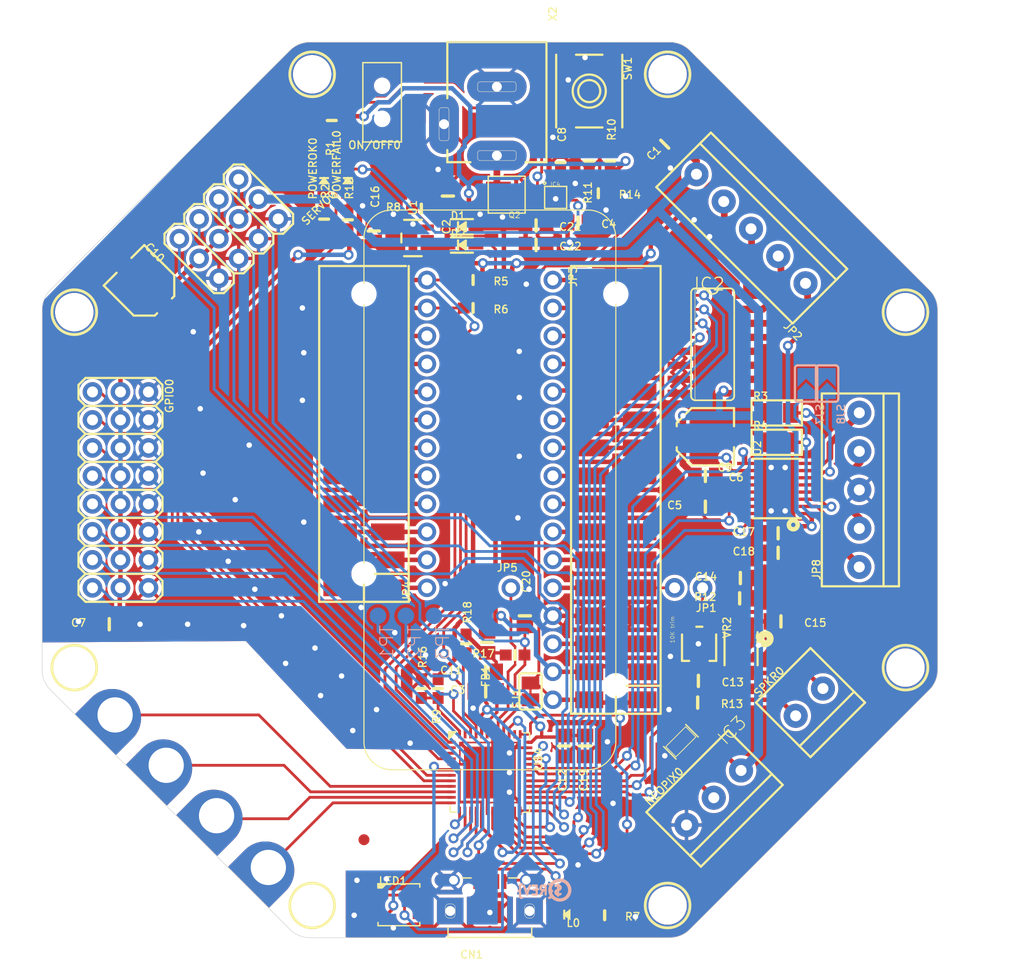
<source format=kicad_pcb>
(kicad_pcb (version 20221018) (generator pcbnew)
  (layers (0 "F.Cu" signal) (1 "In1.Cu" signal) (2 "In2.Cu" signal) (3 "In3.Cu" signal) (4 "In4.Cu" signal) (5 "In5.Cu" signal) (6 "In6.Cu" signal) (7 "In7.Cu" signal) (8 "In8.Cu" signal) (9 "In9.Cu" signal) (10 "In10.Cu" signal) (11 "In11.Cu" signal) (12 "In12.Cu" signal) (13 "In13.Cu" signal) (14 "In14.Cu" signal) (31 "B.Cu" signal) (34 "B.Paste" user) (35 "F.Paste" user) (36 "B.SilkS" user "B.Silkscreen") (37 "F.SilkS" user "F.Silkscreen") (38 "B.Mask" user) (39 "F.Mask" user) (44 "Edge.Cuts" user))
  (net 0 "")
  (net 1 "GND")
  (net 2 "3.3V")
  (net 3 "MISO")
  (net 4 "SCLK")
  (net 5 "MOSI")
  (net 6 "~{RESET}")
  (net 7 "VBAT")
  (net 8 "USB")
  (net 9 "N")
  (net 10 "M")
  (net 11 "L")
  (net 12 "SCL")
  (net 13 "SDA")
  (net 14 "G")
  (net 15 "TX")
  (net 16 "RX")
  (net 17 "F")
  (net 18 "E")
  (net 19 "D")
  (net 20 "C")
  (net 21 "B")
  (net 22 "AREF")
  (net 23 "M1_NFAULT")
  (net 24 "AOUT3")
  (net 25 "AOUT4")
  (net 26 "N$1")
  (net 27 "VDDCORE")
  (net 28 "D+")
  (net 29 "D-")
  (net 30 "SWCLK")
  (net 31 "SWDIO")
  (net 32 "N$5")
  (net 33 "SEESAW_RESET")
  (net 34 "N$6")
  (net 35 "N$7")
  (net 36 "N$9")
  (net 37 "N$10")
  (net 38 "5.0V")
  (net 39 "VIN")
  (net 40 "N$16")
  (net 41 "MOTOR_AIN1")
  (net 42 "MOTOR_AIN2")
  (net 43 "MOTOR_BIN2")
  (net 44 "MOTOR_BIN1")
  (net 45 "M1_ASEN")
  (net 46 "M1_BSEN")
  (net 47 "M1_VINT")
  (net 48 "N$15")
  (net 49 "N$17")
  (net 50 "SERVO4")
  (net 51 "SERVO3")
  (net 52 "SERVO2")
  (net 53 "SERVO1")
  (net 54 "DRIVEIN1")
  (net 55 "DRIVEIN2")
  (net 56 "DRIVEIN3")
  (net 57 "DRIVEIN4")
  (net 58 "DRIVEOUT1")
  (net 59 "DRIVEOUT2")
  (net 60 "DRIVEOUT3")
  (net 61 "DRIVEOUT4")
  (net 62 "IRQ")
  (net 63 "ANALOG1")
  (net 64 "ANALOG2")
  (net 65 "CAPTOUCH3")
  (net 66 "CAPTOUCH4")
  (net 67 "VBUS")
  (net 68 "PWR")
  (net 69 "ENABLE")
  (net 70 "AUDIO_OUT")
  (net 71 "SPKR-")
  (net 72 "SPKR+")
  (net 73 "N$19")
  (net 74 "N$20")
  (net 75 "N$21")
  (net 76 "N$22")
  (net 77 "N$23")
  (net 78 "N$3")
  (net 79 "~{TPSEN}")
  (net 80 "N$8")
  (net 81 "N$12")
  (net 82 "N$13")
  (net 83 "N$14")
  (net 84 "LED")
  (net 85 "NEOPIXEL")
  (net 86 "ANALOG5")
  (net 87 "ANALOG6")
  (net 88 "ANALOG7")
  (net 89 "ANALOG8")
  (net 90 "CAPTOUCH1")
  (net 91 "CAPTOUCH2")
  (net 92 "ANALOG3")
  (net 93 "ANALOG4")
  (net 94 "INT_NEO")
  (net 95 "AUDIO")
  (net 96 "N$2")
  (net 97 "N$4")
  (net 98 "VIN_SENSE")
  (net 99 "VDD")
  (footprint "working:WSON8" (layer "F.Cu") (at 154.4701 78.4606)
    (fp_text reference "IC4")
    (fp_text value "TPS259573")
  )
  (footprint "working:TERMBLOC_1X5-3.5MM" (layer "F.Cu") (at 172.1993 81.3054 135)
    (fp_text reference "JP2")
    (fp_text value "3.5mm")
  )
  (footprint "working:0603-NO" (layer "F.Cu") (at 133.4516 80.4291 90)
    (fp_text reference "R2")
    (fp_text value "2.2K")
  )
  (footprint "working:0805-NO" (layer "F.Cu") (at 152.6921 82.7786)
    (fp_text reference "C22")
    (fp_text value "0.1uF")
  )
  (footprint "working:FIDUCIAL_1MM" (layer "F.Cu") (at 137.0711 136.7536)
    (fp_text reference "FID3" hide)
    (fp_text value "FIDUCIAL_1MM" hide)
  )
  (footprint "working:0603-NO" (layer "F.Cu") (at 146.9771 88.4936)
    (fp_text reference "R6")
    (fp_text value "2.2K")
  )
  (footprint "working:0603-NO" (layer "F.Cu") (at 134.1501 71.4756 -90)
    (fp_text reference "R1")
    (fp_text value "264K")
  )
  (footprint "working:MOUNTINGHOLE_3.0_NPH" (layer "F.Cu") (at 186.2201 121.1326)
    (fp_text reference "U$44" hide)
    (fp_text value "MOUNTINGHOLE3.0_NPH" hide)
  )
  (footprint "working:MOUNTINGHOLE_3.0_NPH" (layer "F.Cu") (at 164.6301 142.7226)
    (fp_text reference "U$42" hide)
    (fp_text value "MOUNTINGHOLE3.0_NPH" hide)
  )
  (footprint "working:0603-NO" (layer "F.Cu") (at 159.4231 75.1586 90)
    (fp_text reference "R10")
    (fp_text value "1Mohm")
  )
  (footprint "working:HTSSOP16" (layer "F.Cu") (at 174.5361 104.8766 90)
    (fp_text reference "U2")
    (fp_text value "DRV8833PWPR")
  )
  (footprint "working:0603-NO" (layer "F.Cu") (at 158.3436 78.0796)
    (fp_text reference "R14")
    (fp_text value "510")
  )
  (footprint "working:0805-NO" (layer "F.Cu") (at 113.9571 117.1956 180)
    (fp_text reference "C7")
    (fp_text value "10uF")
  )
  (footprint "working:EG1390" (layer "F.Cu") (at 138.7221 69.8246 90)
    (fp_text reference "ON/OFF0")
    (fp_text value "MSS-22C01G2")
  )
  (footprint "working:MSOP8_0.65MM" (layer "F.Cu") (at 171.2976 119.4181 180)
    (fp_text reference "U5")
    (fp_text value "PAM8302AASCR")
  )
  (footprint "working:0603-NO" (layer "F.Cu") (at 146.9771 85.9536)
    (fp_text reference "R5")
    (fp_text value "2.2K")
  )
  (footprint "working:MOUNTINGHOLE_3.0_NPH" (layer "F.Cu") (at 110.7821 121.1326)
    (fp_text reference "U$43" hide)
    (fp_text value "MOUNTINGHOLE3.0_NPH" hide)
  )
  (footprint "working:0805-NO" (layer "F.Cu") (at 174.6631 108.9406 180)
    (fp_text reference "C17")
    (fp_text value "10uF")
  )
  (footprint "working:1X02_ROUND" (layer "F.Cu") (at 166.5351 113.8936 180)
    (fp_text reference "JP1")
    (fp_text value "")
  )
  (footprint "working:SOLDERJUMPER_CLOSEDWIRE" (layer "F.Cu") (at 152.1841 123.2916 90)
    (fp_text reference "SJ1")
    (fp_text value "")
  )
  (footprint "working:MOUNTINGHOLE_3.0_NPH" (layer "F.Cu") (at 132.3721 142.7226)
    (fp_text reference "U$41" hide)
    (fp_text value "MOUNTINGHOLE3.0_NPH" hide)
  )
  (footprint "working:LED3535" (layer "F.Cu") (at 140.2461 142.6591)
    (fp_text reference "LED1")
    (fp_text value "WS2812B3535")
  )
  (footprint "working:0805-NO" (layer "F.Cu") (at 171.1706 114.8461 180)
    (fp_text reference "R12")
    (fp_text value "100")
  )
  (footprint "working:0805-NO" (layer "F.Cu") (at 167.3606 124.3076)
    (fp_text reference "R13")
    (fp_text value "100")
  )
  (footprint "working:0603-NO" (layer "F.Cu") (at 143.8021 123.0376 -90)
    (fp_text reference "R9")
    (fp_text value "1Mohm")
  )
  (footprint "working:1X01_ROUND" (layer "F.Cu") (at 150.4061 113.8936)
    (fp_text reference "JP5")
    (fp_text value "")
  )
  (footprint "working:0805-NO" (layer "F.Cu") (at 152.6921 81.0006)
    (fp_text reference "C21")
    (fp_text value "10uF")
  )
  (footprint "working:0603-NO" (layer "F.Cu") (at 142.2781 79.4766 180)
    (fp_text reference "R8")
    (fp_text value "264K")
  )
  (footprint "working:TERMBLOCK_1X2-3.5MM" (layer "F.Cu") (at 177.4571 124.3076 45)
    (fp_text reference "SPKR0")
    (fp_text value "3.5mm")
  )
  (footprint "working:0603-NO" (layer "F.Cu") (at 135.6106 80.4926 90)
    (fp_text reference "R15")
    (fp_text value "2.2K")
  )
  (footprint "working:TERMBLOC_1X5-3.5MM" (layer "F.Cu") (at 182.0291 105.0036 90)
    (fp_text reference "JP8")
    (fp_text value "5pin 3.5mm")
  )
  (footprint "working:0805-NO" (layer "F.Cu") (at 167.4241 122.3391)
    (fp_text reference "C13")
    (fp_text value "1uF")
  )
  (footprint "working:0603-NO" (layer "F.Cu") (at 158.9151 143.6116)
    (fp_text reference "R7")
    (fp_text value "2.2K")
  )
  (footprint "working:PCB_ALLI" (layer "F.Cu") (at 119.4816 129.6416 135)
    (fp_text reference "TP32" hide)
    (fp_text value "SEWTAPPCB_ALLIGATOR" hide)
  )
  (footprint "working:_1206" (layer "F.Cu") (at 174.5361 100.6856)
    (fp_text reference "R4")
    (fp_text value "0.2Ω")
  )
  (footprint "working:PCB_ALLI" (layer "F.Cu") (at 124.0536 134.2136 135)
    (fp_text reference "TP29" hide)
    (fp_text value "SEWTAPPCB_ALLIGATOR" hide)
  )
  (footprint "working:SOT23-5" (layer "F.Cu") (at 141.5161 82.1436 90)
    (fp_text reference "U1")
    (fp_text value "mic5225-3.3")
  )
  (footprint "working:PANASONIC_C" (layer "F.Cu") (at 117.1321 86.4616 -45)
    (fp_text reference "C10")
    (fp_text value "47uF+/16v")
  )
  (footprint "working:0805-NO" (layer "F.Cu") (at 171.2341 113.0046 180)
    (fp_text reference "C14")
    (fp_text value "1uF")
  )
  (footprint "working:CHIPLED_0805_NOOUTLINE" (layer "F.Cu") (at 133.4516 76.9366)
    (fp_text reference "POWEROK0")
    (fp_text value "green")
  )
  (footprint "working:SOT23-5" (layer "F.Cu") (at 165.8366 127.8636 -135)
    (fp_text reference "IC3")
    (fp_text value "74AHCT1G125DBV")
  )
  (footprint "working:PCB_ALLI" (layer "F.Cu") (at 128.7526 138.9126 135)
    (fp_text reference "TP31" hide)
    (fp_text value "SEWTAPPCB_ALLIGATOR" hide)
  )
  (footprint "working:DCJACK_2MM_PTH" (layer "F.Cu") (at 149.1361 61.0616 -90)
    (fp_text reference "X2")
    (fp_text value "2.1mm DC")
    (fp_line (start 6.9008 1.5) (end 6.9008 -1.5) (stroke (width 0.05)) (layer "Edge.Cuts"))
    (fp_line (start 7.1508 -1.75) (end 7.5492 -1.75) (stroke (width 0.05)) (layer "Edge.Cuts"))
    (fp_line (start 7.5492 1.75) (end 7.1508 1.75) (stroke (width 0.05)) (layer "Edge.Cuts"))
    (fp_line (start 7.7992 -1.5) (end 7.7992 1.5) (stroke (width 0.05)) (layer "Edge.Cuts"))
    (fp_line (start 9.25 4.9992) (end 9.25 4.55) (stroke (width 0.05)) (layer "Edge.Cuts"))
    (fp_line (start 9.4746 4.3508) (end 11.9746 4.3508) (stroke (width 0.05)) (layer "Edge.Cuts"))
    (fp_line (start 12 5.2492) (end 9.5 5.2492) (stroke (width 0.05)) (layer "Edge.Cuts"))
    (fp_line (start 12.25 4.55) (end 12.25 4.9992) (stroke (width 0.05)) (layer "Edge.Cuts"))
    (fp_line (start 13.1508 1.5) (end 13.1508 -1.5) (stroke (width 0.05)) (layer "Edge.Cuts"))
    (fp_line (start 13.35 -1.75) (end 13.85 -1.75) (stroke (width 0.05)) (layer "Edge.Cuts"))
    (fp_line (start 13.85 1.75) (end 13.35 1.75) (stroke (width 0.05)) (layer "Edge.Cuts"))
    (fp_line (start 14.0492 -1.5) (end 14.0492 1.5) (stroke (width 0.05)) (layer "Edge.Cuts"))
    (fp_arc (start 6.9008 -1.5) (mid 6.974023 -1.676777) (end 7.1508 -1.75) (stroke (width 0.05)) (layer "Edge.Cuts"))
    (fp_arc (start 7.1508 1.75) (mid 6.974023 1.676777) (end 6.9008 1.5) (stroke (width 0.05)) (layer "Edge.Cuts"))
    (fp_arc (start 7.5492 -1.75) (mid 7.725977 -1.676777) (end 7.7992 -1.5) (stroke (width 0.05)) (layer "Edge.Cuts"))
    (fp_arc (start 7.7992 1.5) (mid 7.725977 1.676777) (end 7.5492 1.75) (stroke (width 0.05)) (layer "Edge.Cuts"))
    (fp_arc (start 9.25 4.55) (mid 9.321044 4.403884) (end 9.4746 4.3508) (stroke (width 0.05)) (layer "Edge.Cuts"))
    (fp_arc (start 9.5 5.2492) (mid 9.323223 5.175977) (end 9.25 4.9992) (stroke (width 0.05)) (layer "Edge.Cuts"))
    (fp_arc (start 11.9746 4.3508) (mid 12.153556 4.393363) (end 12.25 4.55) (stroke (width 0.05)) (layer "Edge.Cuts"))
    (fp_arc (start 12.25 4.9992) (mid 12.176777 5.175977) (end 12 5.2492) (stroke (width 0.05)) (layer "Edge.Cuts"))
    (fp_arc (start 13.1508 -1.5) (mid 13.198623 -1.666256) (end 13.35 -1.75) (stroke (width 0.05)) (layer "Edge.Cuts"))
    (fp_arc (start 13.35 1.75) (mid 13.198623 1.666256) (end 13.1508 1.5) (stroke (width 0.05)) (layer "Edge.Cuts"))
    (fp_arc (start 13.85 -1.75) (mid 14.001377 -1.666256) (end 14.0492 -1.5) (stroke (width 0.05)) (layer "Edge.Cuts"))
    (fp_arc (start 14.0492 1.5) (mid 14.001377 1.666256) (end 13.85 1.75) (stroke (width 0.05)) (layer "Edge.Cuts"))
  )
  (footprint "working:TERMBLOCK_1X3-3.5MM" (layer "F.Cu") (at 168.8211 132.9436 45)
    (fp_text reference "NEOPIX0")
    (fp_text value "3.5mm")
  )
  (footprint "working:CHIPLED_0805_NOOUTLINE" (layer "F.Cu") (at 135.6106 76.9366)
    (fp_text reference "POWERFAIL0")
    (fp_text value "red")
  )
  (footprint "working:0805-NO" (layer "F.Cu") (at 168.0591 106.5276 180)
    (fp_text reference "C5")
    (fp_text value "10µF")
  )
  (footprint "working:0805-NO" (layer "F.Cu") (at 164.369715 73.628219 -135)
    (fp_text reference "C1")
    (fp_text value "10µF/16V")
  )
  (footprint "working:0805-NO" (layer "F.Cu") (at 148.1201 121.5136 180)
    (fp_text reference "C11")
    (fp_text value "0.1uF")
  )
  (footprint "working:FIDUCIAL_1MM" (layer "F.Cu") (at 112.4966 85.0646)
    (fp_text reference "FID1" hide)
    (fp_text value "FIDUCIAL_1MM" hide)
  )
  (footprint "working:0603-NO" (layer "F.Cu") (at 142.2781 123.0376 90)
    (fp_text reference "R16")
    (fp_text value "264K")
  )
  (footprint "working:0603-NO" (layer "F.Cu") (at 154.9146 75.2856 90)
    (fp_text reference "C8")
    (fp_text value "DNP")
  )
  (footprint "working:0805-NO" (layer "F.Cu") (at 148.2471 118.8466 -90)
    (fp_text reference "FB1")
    (fp_text value "Ferrite")
  )
  (footprint "working:0805_10MGAP" (layer "F.Cu") (at 148.1201 123.2916 180)
    (fp_text reference "C3")
    (fp_text value "1uF")
  )
  (footprint "working:0805-NO" (layer "F.Cu") (at 144.6911 78.3336 -90)
    (fp_text reference "C2")
    (fp_text value "10uF")
  )
  (footprint "working:1X16_ROUND" (layer "F.Cu") (at 154.2161 105.0036 -90)
    (fp_text reference "JP3")
    (fp_text value "")
  )
  (footprint "working:PCB_ALLI" (layer "F.Cu") (at 114.8461 125.0696 135)
    (fp_text reference "TP30" hide)
    (fp_text value "SEWTAPPCB_ALLIGATOR" hide)
  )
  (footprint "working:PANASONIC_C" (layer "F.Cu") (at 168.0591 100.1776 180)
    (fp_text reference "C9")
    (fp_text value "47uF/16v")
  )
  (footprint "working:4UCONN_20329_V2" (layer "F.Cu") (at 148.5011 141.3256)
    (fp_text reference "CN1")
    (fp_text value "4U#20329")
    (fp_line (start -4.05 2.15) (end -4.05 1.6) (stroke (width 0.05)) (layer "Edge.Cuts"))
    (fp_line (start -3.7 1.25) (end -3.5 1.25) (stroke (width 0.05)) (layer "Edge.Cuts"))
    (fp_line (start -3.5 2.55) (end -3.7 2.55) (stroke (width 0.05)) (layer "Edge.Cuts"))
    (fp_line (start -3.15 1.6) (end -3.15 2.15) (stroke (width 0.05)) (layer "Edge.Cuts"))
    (fp_line (start 3.15 2.2) (end 3.15 1.6) (stroke (width 0.05)) (layer "Edge.Cuts"))
    (fp_line (start 4.05 1.6) (end 4.05 2.2) (stroke (width 0.05)) (layer "Edge.Cuts"))
    (fp_arc (start -4.05 1.6) (mid -3.947487 1.352513) (end -3.7 1.25) (stroke (width 0.05)) (layer "Edge.Cuts"))
    (fp_arc (start -3.7 2.55) (mid -3.957843 2.422487) (end -4.05 2.15) (stroke (width 0.05)) (layer "Edge.Cuts"))
    (fp_arc (start -3.5 1.25) (mid -3.252513 1.352513) (end -3.15 1.6) (stroke (width 0.05)) (layer "Edge.Cuts"))
    (fp_arc (start -3.15 2.15) (mid -3.242157 2.422487) (end -3.5 2.55) (stroke (width 0.05)) (layer "Edge.Cuts"))
    (fp_arc (start 3.15 1.6) (mid 3.302513 1.331802) (end 3.6 1.25) (stroke (width 0.05)) (layer "Edge.Cuts"))
    (fp_arc (start 3.6 1.25) (mid 3.897487 1.331802) (end 4.05 1.6) (stroke (width 0.05)) (layer "Edge.Cuts"))
    (fp_arc (start 3.6 2.55) (mid 3.302513 2.468198) (end 3.15 2.2) (stroke (width 0.05)) (layer "Edge.Cuts"))
    (fp_arc (start 4.05 2.2) (mid 3.897487 2.468198) (end 3.6 2.55) (stroke (width 0.05)) (layer "Edge.Cuts"))
  )
  (footprint "working:0805-NO" (layer "F.Cu") (at 174.6631 110.7186 180)
    (fp_text reference "C18")
    (fp_text value "0.1uF")
  )
  (footprint "working:TRIMPOT_BOURNS_3303W" (layer "F.Cu") (at 167.4876 118.9736 180)
    (fp_text reference "VR2")
    (fp_text value "10K trim")
  )
  (footprint "working:0805-NO" (layer "F.Cu") (at 174.9171 116.9416)
    (fp_text reference "C15")
    (fp_text value "10uF")
  )
  (footprint "working:SOD-323" (layer "F.Cu") (at 145.9611 82.7786)
    (fp_text reference "D2")
    (fp_text value "1N4148")
  )
  (footprint "working:POWERDI3333" (layer "F.Cu") (at 150.0251 78.2066 180)
    (fp_text reference "Q2")
    (fp_text value "AON7401")
  )
  (footprint "working:MOUNTINGHOLE_3.0_NPH" (layer "F.Cu") (at 110.7821 88.8746)
    (fp_text reference "U$50" hide)
    (fp_text value "MOUNTINGHOLE3.0_NPH" hide)
  )
  (footprint "working:3X04" (layer "F.Cu") (at 124.8029 81.3054 -135)
    (fp_text reference "SERVO0")
    (fp_text value "3x4 Male")
  )
  (footprint "working:MOUNTINGHOLE_3.0_NPH" (layer "F.Cu") (at 164.6301 67.2846)
    (fp_text reference "U$52" hide)
    (fp_text value "MOUNTINGHOLE3.0_NPH" hide)
  )
  (footprint "working:FEATHERWING_SMT2" (layer "F.Cu") (at 159.9311 130.4036 90)
    (fp_text reference "MS2" hide)
    (fp_text value "FEATHERWING_SMTDUAL" hide)
  )
  (footprint "working:1X12_ROUND" (layer "F.Cu") (at 142.7861 99.9236 90)
    (fp_text reference "JP4")
    (fp_text value "")
  )
  (footprint "working:SO16" (layer "F.Cu") (at 168.718534 91.791088 -90)
    (fp_text reference "IC2")
    (fp_text value "ULN2003AD")
  )
  (footprint "working:CHIPLED_0805_NOOUTLINE" (layer "F.Cu") (at 155.4861 143.5481 90)
    (fp_text reference "L0")
    (fp_text value "yellow")
  )
  (footprint "working:0603-NO" (layer "F.Cu") (at 150.7871 119.9896 180)
    (fp_text reference "R17")
    (fp_text value "264K")
  )
  (footprint "working:0603-NO" (layer "F.Cu") (at 157.5181 75.1586 -90)
    (fp_text reference "R11")
    (fp_text value "264K")
  )
  (footprint "working:SOD-323" (layer "F.Cu") (at 145.9611 81.1276)
    (fp_text reference "D1")
    (fp_text value "1N4148")
  )
  (footprint "working:0805-NO" (layer "F.Cu") (at 151.6761 116.4336 90)
    (fp_text reference "C20")
    (fp_text value "0.1uF")
  )
  (footprint "working:MOUNTINGHOLE_3.0_NPH" (layer "F.Cu") (at 186.2201 88.8746)
    (fp_text reference "U$49" hide)
    (fp_text value "MOUNTINGHOLE3.0_NPH" hide)
  )
  (footprint "working:_1206" (layer "F.Cu") (at 174.5361 98.0186)
    (fp_text reference "R3")
    (fp_text value "0.2Ω")
  )
  (footprint "working:FIDUCIAL_1MM" (layer "F.Cu") (at 183.5531 85.7631)
    (fp_text reference "FID2" hide)
    (fp_text value "FIDUCIAL_1MM" hide)
  )
  (footprint "working:CRICKIT_WING_TOP" (layer "F.Cu") (at 107.8611 145.6436)
    (fp_text reference "U$74" hide)
    (fp_text value "" hide)
  )
  (footprint "working:0805-NO" (layer "F.Cu") (at 137.9601 81.5086 90)
    (fp_text reference "C16")
    (fp_text value "10uF")
  )
  (footprint "working:MOUNTINGHOLE_3.0_NPH" (layer "F.Cu") (at 132.3721 67.2846)
    (fp_text reference "U$51" hide)
    (fp_text value "MOUNTINGHOLE3.0_NPH" hide)
  )
  (footprint "working:0805-NO" (layer "F.Cu") (at 155.2321 128.2446 -90)
    (fp_text reference "C12")
    (fp_text value "0.1uF")
  )
  (footprint "working:EVQ-Q2_SMALLER" (layer "F.Cu") (at 157.5181 68.8086 -90)
    (fp_text reference "SW1")
    (fp_text value "EVQQ2")
  )
  (footprint "working:0805-NO" (layer "F.Cu") (at 156.5021 80.7466)
    (fp_text reference "C4")
    (fp_text value "10µF/16V")
  )
  (footprint "working:0805-NO" (layer "F.Cu") (at 157.1371 128.2446 -90)
    (fp_text reference "C19")
    (fp_text value "10uF")
  )
  (footprint "working:0805-NO" (layer "F.Cu") (at 168.0591 103.7336)
    (fp_text reference "C6")
    (fp_text value "0.1uF")
  )
  (footprint "working:3X08" (layer "F.Cu") (at 114.9731 105.0036 -90)
    (fp_text reference "GPIO0")
    (fp_text value "3x8 FEMALE")
  )
  (footprint "working:0603-NO" (layer "F.Cu") (at 146.3421 118.9736 90)
    (fp_text reference "R18")
    (fp_text value "2.2K")
  )
  (footprint "working:TQFN48_7MM" (layer "F.Cu") (at 148.5011 130.6576 -90)
    (fp_text reference "U$4")
    (fp_text value "ATSAMD21G_QFN")
  )
  (footprint "working:TP15R" (layer "B.Cu") (at 140.8811 116.4336 90)
    (fp_text reference "TP2")
    (fp_text value "TPTP15R")
  )
  (footprint "working:SOLDERJUMPER_ARROW_NOPASTE" (layer "B.Cu") (at 179.1081 95.3516 90)
    (fp_text reference "SJ8")
    (fp_text value "ISENSEB")
  )
  (footprint "working:TP15R" (layer "B.Cu") (at 138.3411 116.4336 90)
    (fp_text reference "TP1")
    (fp_text value "TPTP15R")
  )
  (footprint "working:PCBFEAT-REV-040" (layer "B.Cu") (at 154.8511 141.3256 180)
    (fp_text reference "U$76" hide)
    (fp_text value "" hide)
  )
  (footprint "working:SOLDERJUMPER_ARROW_NOPASTE" (layer "B.Cu") (at 177.2031 95.3516 90)
    (fp_text reference "SJ7")
    (fp_text value "ISENSEA")
  )
  (footprint "working:CRICKIT_WING_BOT" (layer "B.Cu") (at 189.1411 145.6436 180)
    (fp_text reference "U$72" hide)
    (fp_text value "" hide)
  )
  (footprint "working:TP15R" (layer "B.Cu") (at 143.4211 116.4336 90)
    (fp_text reference "TP3")
    (fp_text value "TPTP15R")
  )
  (gr_circle (center 132.3721 67.2846) (end 134.4041 67.2846) (stroke (width 0.254)) (fill none) (layer "F.SilkS"))
  (gr_circle (center 110.7821 121.1326) (end 112.8141 121.1326) (stroke (width 0.254)) (fill none) (layer "F.SilkS"))
  (gr_circle (center 132.3721 142.7226) (end 134.4041 142.7226) (stroke (width 0.254)) (fill none) (layer "F.SilkS"))
  (gr_circle (center 186.2201 88.8746) (end 188.2521 88.8746) (stroke (width 0.254)) (fill none) (layer "F.SilkS"))
  (gr_circle (center 164.6301 67.2846) (end 166.6621 67.2846) (stroke (width 0.254)) (fill none) (layer "F.SilkS"))
  (gr_circle (center 110.7821 88.8746) (end 112.8141 88.8746) (stroke (width 0.254)) (fill none) (layer "F.SilkS"))
  (gr_circle (center 164.6301 142.7226) (end 166.6621 142.7226) (stroke (width 0.254)) (fill none) (layer "F.SilkS"))
  (gr_circle (center 186.2201 121.1326) (end 188.2521 121.1326) (stroke (width 0.254)) (fill none) (layer "F.SilkS"))
  (gr_arc (start 108.60505 123.14655) (mid 108.054446 122.322513) (end 107.8611 121.350495) (stroke (width 0.05)) (layer "Edge.Cuts"))
  (gr_line (start 189.1411 88.656704) (end 189.1411 121.350496) (stroke (width 0.05)) (layer "Edge.Cuts"))
  (gr_arc (start 107.8611 88.656704) (mid 108.054446 87.684686) (end 108.60505 86.86065) (stroke (width 0.05)) (layer "Edge.Cuts"))
  (gr_arc (start 166.64405 144.89965) (mid 165.820013 145.450254) (end 164.847995 145.6436) (stroke (width 0.05)) (layer "Edge.Cuts"))
  (gr_arc (start 132.154204 145.6436) (mid 131.182186 145.450254) (end 130.35815 144.89965) (stroke (width 0.05)) (layer "Edge.Cuts"))
  (gr_line (start 164.847996 145.6436) (end 152.5651 145.6436) (stroke (width 0.05)) (layer "Edge.Cuts"))
  (gr_line (start 108.60505 86.86065) (end 130.35815 65.10755) (stroke (width 0.05)) (layer "Edge.Cuts"))
  (gr_line (start 188.39715 123.14655) (end 166.64405 144.89965) (stroke (width 0.05)) (layer "Edge.Cuts"))
  (gr_line (start 152.1841 145.2626) (end 144.8181 145.2626) (stroke (width 0.05)) (layer "Edge.Cuts"))
  (gr_arc (start 188.39715 86.86065) (mid 188.947754 87.684687) (end 189.1411 88.656705) (stroke (width 0.05)) (layer "Edge.Cuts"))
  (gr_arc (start 189.1411 121.350496) (mid 188.947754 122.322514) (end 188.39715 123.14655) (stroke (width 0.05)) (layer "Edge.Cuts"))
  (gr_line (start 130.35815 144.89965) (end 108.60505 123.14655) (stroke (width 0.05)) (layer "Edge.Cuts"))
  (gr_line (start 144.8181 145.2626) (end 144.4371 145.6436) (stroke (width 0.05)) (layer "Edge.Cuts"))
  (gr_line (start 107.8611 121.350496) (end 107.8611 88.656704) (stroke (width 0.05)) (layer "Edge.Cuts"))
  (gr_line (start 152.5651 145.6436) (end 152.1841 145.2626) (stroke (width 0.05)) (layer "Edge.Cuts"))
  (gr_line (start 132.154204 64.3636) (end 164.847996 64.3636) (stroke (width 0.05)) (layer "Edge.Cuts"))
  (gr_arc (start 130.35815 65.10755) (mid 131.182187 64.556946) (end 132.154205 64.3636) (stroke (width 0.05)) (layer "Edge.Cuts"))
  (gr_line (start 144.4371 145.6436) (end 132.154204 145.6436) (stroke (width 0.05)) (layer "Edge.Cuts"))
  (gr_line (start 166.64405 65.10755) (end 188.39715 86.86065) (stroke (width 0.05)) (layer "Edge.Cuts"))
  (gr_arc (start 164.847996 64.3636) (mid 165.820014 64.556946) (end 166.64405 65.10755) (stroke (width 0.05)) (layer "Edge.Cuts"))
  (segment (start 148.2511 134.1326) (end 148.2511 131.1616) (width 0.254) (layer "F.Cu") (net 1))
  (segment (start 157.7721 116.4336) (end 162.0901 116.4336) (width 0.4064) (layer "F.Cu") (net 1))
  (segment (start 148.2511 131.1616) (end 148.7551 130.6576) (width 0.254) (layer "F.Cu") (net 1))
  (segment (start 148.7551 130.6576) (end 150.2791 130.6576) (width 0.254) (layer "F.Cu") (net 1))
  (segment (start 155.4201 77.7106) (end 155.6011 77.7106) (width 0.3048) (layer "F.Cu") (net 1))
  (segment (start 148.7511 127.1826) (end 148.7511 130.4076) (width 0.254) (layer "F.Cu") (net 1))
  (segment (start 155.4201 77.7106) (end 154.4701 77.7106) (width 0.3048) (layer "F.Cu") (net 1))
  (segment (start 144.2441 77.3836) (end 144.6911 77.3836) (width 0.4064) (layer "F.Cu") (net 1))
  (segment (start 143.4211 78.2066) (end 144.2441 77.3836) (width 0.4064) (layer "F.Cu") (net 1))
  (segment (start 149.8011 140.5506) (end 149.9261 140.4256) (width 0.254) (layer "F.Cu") (net 1))
  (segment (start 145.0261 129.9076) (end 148.5011 129.9076) (width 0.254) (layer "F.Cu") (net 1))
  (segment (start 151.9761 128.4076) (end 150.7511 128.4076) (width 0.254) (layer "F.Cu") (net 1))
  (segment (start 148.5011 129.9076) (end 148.5011 130.6576) (width 0.254) (layer "F.Cu") (net 1))
  (segment (start 149.9261 140.4256) (end 151.8011 140.4256) (width 0.254) (layer "F.Cu") (net 1))
  (segment (start 150.7511 128.4076) (end 150.2791 128.8796) (width 0.254) (layer "F.Cu") (net 1))
  (segment (start 154.4701 77.7106) (end 154.4701 78.4606) (width 0.3048) (layer "F.Cu") (net 1))
  (segment (start 148.7511 130.4076) (end 148.5011 130.6576) (width 0.254) (layer "F.Cu") (net 1))
  (segment (start 154.2161 116.4336) (end 157.7721 116.4336) (width 0.4064) (layer "F.Cu") (net 1))
  (via (at 174.0281 106.9086) (size 0.9064) (drill 0.5) (layers "F.Cu" "B.Cu") (net 1))
  (via (at 129.5781 116.4336) (size 0.9064) (drill 0.5) (layers "F.Cu" "B.Cu") (net 1))
  (via (at 161.7091 143.7386) (size 0.9064) (drill 0.5) (layers "F.Cu" "B.Cu") (net 1))
  (via (at 146.9771 124.8156) (size 0.9064) (drill 0.5) (layers "F.Cu" "B.Cu") (net 1))
  (via (at 121.5771 90.6526) (size 0.9064) (drill 0.5) (layers "F.Cu" "B.Cu") (net 1))
  (via (at 131.6101 107.9246) (size 0.9064) (drill 0.5) (layers "F.Cu" "B.Cu") (net 1))
  (via (at 151.0411 107.5436) (size 0.9064) (drill 0.5) (layers "F.Cu" "B.Cu") (net 1))
  (via (at 136.1821 143.6116) (size 0.9064) (drill 0.5) (layers "F.Cu" "B.Cu") (net 1))
  (via (at 154.4701 78.5876) (size 0.9064) (drill 0.5) (layers "F.Cu" "B.Cu") (net 1))
  (via (at 148.5011 143.3576) (size 0.9064) (drill 0.5) (layers "F.Cu" "B.Cu") (net 1))
  (via (at 141.5161 80.8736) (size 0.9064) (drill 0.5) (layers "F.Cu" "B.Cu") (net 1))
  (via (at 147.6121 79.9846) (size 0.9064) (drill 0.5) (layers "F.Cu" "B.Cu") (net 1))
  (via (at 159.6771 133.4516) (size 0.9064) (drill 0.5) (layers "F.Cu" "B.Cu") (net 1))
  (via (at 143.8021 75.9206) (size 0.9064) (drill 0.5) (layers "F.Cu" "B.Cu") (net 1))
  (via (at 156.2481 77.1906) (size 0.9064) (drill 0.5) (layers "F.Cu" "B.Cu") (net 1))
  (via (at 125.3871 105.8926) (size 0.9064) (drill 0.5) (layers "F.Cu" "B.Cu") (net 1))
  (via (at 136.8171 115.6716) (size 0.9064) (drill 0.5) (layers "F.Cu" "B.Cu") (net 1))
  (via (at 150.2791 130.6576) (size 0.9064) (drill 0.5) (layers "F.Cu" "B.Cu") (net 1))
  (via (at 155.6131 67.7926) (size 0.9064) (drill 0.5) (layers "F.Cu" "B.Cu") (net 1))
  (via (at 124.7521 111.4806) (size 0.9064) (drill 0.5) (layers "F.Cu" "B.Cu") (net 1))
  (via (at 152.0571 114.0206) (size 0.9064) (drill 0.5) (layers "F.Cu" "B.Cu") (net 1))
  (via (at 131.6101 92.5576) (size 0.9064) (drill 0.5) (layers "F.Cu" "B.Cu") (net 1))
  (via (at 127.1651 114.0206) (size 0.9064) (drill 0.5) (layers "F.Cu" "B.Cu") (net 1))
  (via (at 136.4361 140.4366) (size 0.9064) (drill 0.5) (layers "F.Cu" "B.Cu") (net 1))
  (via (at 167.0431 80.4926) (size 0.9064) (drill 0.5) (layers "F.Cu" "B.Cu") (net 1))
  (via (at 141.2621 127.9906) (size 0.9064) (drill 0.5) (layers "F.Cu" "B.Cu") (net 1))
  (via (at 126.1491 117.3226) (size 0.9064) (drill 0.5) (layers "F.Cu" "B.Cu") (net 1))
  (via (at 144.4371 113.5126) (size 0.9064) (drill 0.5) (layers "F.Cu" "B.Cu") (net 1))
  (via (at 131.4831 96.8756) (size 0.9064) (drill 0.5) (layers "F.Cu" "B.Cu") (net 1))
  (via (at 139.7381 144.7546) (size 0.9064) (drill 0.5) (layers "F.Cu" "B.Cu") (net 1))
  (via (at 116.7511 117.1956) (size 0.9064) (drill 0.5) (layers "F.Cu" "B.Cu") (net 1))
  (via (at 154.2161 72.9996) (size 0.9064) (drill 0.5) (layers "F.Cu" "B.Cu") (net 1))
  (via (at 150.2791 132.4356) (size 0.9064) (drill 0.5) (layers "F.Cu" "B.Cu") (net 1))
  (via (at 156.5021 139.0396) (size 0.9064) (drill 0.5) (layers "F.Cu" "B.Cu") (net 1))
  (via (at 167.4241 118.9736) (size 0.9064) (drill 0.5) (layers "F.Cu" "B.Cu") (net 1))
  (via (at 151.1681 92.4306) (size 0.9064) (drill 0.5) (layers "F.Cu" "B.Cu") (net 1))
  (via (at 164.3761 129.1336) (size 0.9064) (drill 0.5) (layers "F.Cu" "B.Cu") (net 1))
  (via (at 159.0421 79.6036) (size 0.9064) (drill 0.5) (layers "F.Cu" "B.Cu") (net 1))
  (via (at 133.1341 123.6726) (size 0.9064) (drill 0.5) (layers "F.Cu" "B.Cu") (net 1))
  (via (at 122.0851 108.8136) (size 0.9064) (drill 0.5) (layers "F.Cu" "B.Cu") (net 1))
  (via (at 139.7381 79.9846) (size 0.9064) (drill 0.5) (layers "F.Cu" "B.Cu") (net 1))
  (via (at 151.1681 101.9556) (size 0.9064) (drill 0.5) (layers "F.Cu" "B.Cu") (net 1))
  (via (at 122.4661 103.4796) (size 0.9064) (drill 0.5) (layers "F.Cu" "B.Cu") (net 1))
  (via (at 175.2981 102.9716) (size 0.9064) (drill 0.5) (layers "F.Cu" "B.Cu") (net 1))
  (via (at 150.2791 128.8796) (size 0.9064) (drill 0.5) (layers "F.Cu" "B.Cu") (net 1))
  (via (at 168.4401 82.0166) (size 0.9064) (drill 0.5) (layers "F.Cu" "B.Cu") (net 1))
  (via (at 174.0281 102.9716) (size 0.9064) (drill 0.5) (layers "F.Cu" "B.Cu") (net 1))
  (via (at 139.1031 140.3096) (size 0.9064) (drill 0.5) (layers "F.Cu" "B.Cu") (net 1))
  (via (at 151.1681 96.6216) (size 0.9064) (drill 0.5) (layers "F.Cu" "B.Cu") (net 1))
  (via (at 164.8841 75.7936) (size 0.9064) (drill 0.5) (layers "F.Cu" "B.Cu") (net 1))
  (via (at 136.9441 79.2226) (size 0.9064) (drill 0.5) (layers "F.Cu" "B.Cu") (net 1))
  (via (at 139.8651 117.9576) (size 0.9064) (drill 0.5) (layers "F.Cu" "B.Cu") (net 1))
  (via (at 126.6571 100.9396) (size 0.9064) (drill 0.5) (layers "F.Cu" "B.Cu") (net 1))
  (via (at 149.6441 80.2386) (size 0.9064) (drill 0.5) (layers "F.Cu" "B.Cu") (net 1))
  (via (at 121.0691 117.1956) (size 0.9064) (drill 0.5) (layers "F.Cu" "B.Cu") (net 1))
  (via (at 142.6591 119.9896) (size 0.9064) (drill 0.5) (layers "F.Cu" "B.Cu") (net 1))
  (via (at 111.1631 116.9416) (size 0.9064) (drill 0.5) (layers "F.Cu" "B.Cu") (net 1))
  (via (at 135.0391 121.8946) (size 0.9064) (drill 0.5) (layers "F.Cu" "B.Cu") (net 1))
  (via (at 159.1691 127.8636) (size 0.9064) (drill 0.5) (layers "F.Cu" "B.Cu") (net 1))
  (via (at 131.4831 88.4936) (size 0.9064) (drill 0.5) (layers "F.Cu" "B.Cu") (net 1))
  (via (at 138.2141 124.9426) (size 0.9064) (drill 0.5) (layers "F.Cu" "B.Cu") (net 1))
  (via (at 129.9591 120.7516) (size 0.9064) (drill 0.5) (layers "F.Cu" "B.Cu") (net 1))
  (via (at 160.8201 78.3336) (size 0.9064) (drill 0.5) (layers "F.Cu" "B.Cu") (net 1))
  (via (at 136.0551 126.8476) (size 0.9064) (drill 0.5) (layers "F.Cu" "B.Cu") (net 1))
  (via (at 175.2981 106.9086) (size 0.9064) (drill 0.5) (layers "F.Cu" "B.Cu") (net 1))
  (via (at 132.6261 119.3546) (size 0.9064) (drill 0.5) (layers "F.Cu" "B.Cu") (net 1))
  (via (at 151.8031 86.3346) (size 0.9064) (drill 0.5) (layers "F.Cu" "B.Cu") (net 1))
  (via (at 164.8841 120.1166) (size 0.9064) (drill 0.5) (layers "F.Cu" "B.Cu") (net 1))
  (via (at 157.1371 65.7606) (size 0.9064) (drill 0.5) (layers "F.Cu" "B.Cu") (net 1))
  (via (at 164.7571 124.9426) (size 0.9064) (drill 0.5) (layers "F.Cu" "B.Cu") (net 1))
  (via (at 122.2121 97.6376) (size 0.9064) (drill 0.5) (layers "F.Cu" "B.Cu") (net 1))
  (segment (start 135.7376 83.6041) (end 135.6741 83.6676) (width 0.4064) (layer "F.Cu") (net 2))
  (segment (start 114.9731 94.0816) (end 114.9731 96.1136) (width 0.4064) (layer "F.Cu") (net 2))
  (segment (start 114.9071 113.9596) (end 114.9731 113.8936) (width 0.4064) (layer "F.Cu") (net 2))
  (segment (start 135.7376 81.4696) (end 135.7376 82.5246) (width 0.4064) (layer "F.Cu") (net 2))
  (segment (start 148.2471 117.8966) (end 149.0091 117.1346) (width 0.4064) (layer "F.Cu") (net 2))
  (segment (start 180.3781 87.0966) (end 175.5521 91.9226) (width 0.4064) (layer "F.Cu") (net 2))
  (segment (start 180.3781 86.3346) (end 180.3781 87.0966) (width 0.4064) (layer "F.Cu") (net 2))
  (segment (start 149.0091 117.1346) (end 149.0091 116.4336) (width 0.4064) (layer "F.Cu") (net 2))
  (segment (start 161.5821 121.0056) (end 161.5821 121.5136) (width 0.4064) (layer "F.Cu") (net 2))
  (segment (start 137.9601 82.6516) (end 138.4021 83.0936) (width 0.4064) (layer "F.Cu") (net 2))
  (segment (start 137.9601 82.4586) (end 137.9601 82.6516) (width 0.4064) (layer "F.Cu") (net 2))
  (segment (start 147.8661 84.4296) (end 141.4551 84.4296) (width 0.4064) (layer "F.Cu") (net 2))
  (segment (start 157.5181 121.0056) (end 161.5821 121.0056) (width 0.4064) (layer "F.Cu") (net 2))
  (segment (start 154.2161 121.5136) (end 157.5181 121.5136) (width 0.4064) (layer "F.Cu") (net 2))
  (segment (start 163.1061 83.5406) (end 163.1061 82.6516) (width 0.4064) (layer "F.Cu") (net 2))
  (segment (start 157.5181 121.5136) (end 157.5181 121.0056) (width 0.4064) (layer "F.Cu") (net 2))
  (segment (start 177.3361 107.1516) (end 177.7111 107.5266) (width 0.4064) (layer "F.Cu") (net 2))
  (segment (start 149.5171 116.4336) (end 149.0091 116.4336) (width 0.4064) (layer "F.Cu") (net 2))
  (segment (start 137.9601 82.4586) (end 135.8036 82.4586) (width 0.4064) (layer "F.Cu") (net 2))
  (segment (start 114.9731 106.2736) (end 114.9731 108.8136) (width 0.4064) (layer "F.Cu") (net 2))
  (segment (start 147.8271 85.9536) (end 147.8271 88.4936) (width 0.4064) (layer "F.Cu") (net 2))
  (segment (start 175.6131 108.9406) (end 176.2481 108.3056) (width 0.4064) (layer "F.Cu") (net 2))
  (segment (start 135.8036 82.4586) (end 135.7376 82.5246) (width 0.4064) (layer "F.Cu") (net 2))
  (segment (start 141.4551 84.4296) (end 140.1191 83.0936) (width 0.4064) (layer "F.Cu") (net 2))
  (segment (start 170.2181 76.1746) (end 180.3781 86.3346) (width 0.4064) (layer "F.Cu") (net 2))
  (segment (start 135.7376 82.5246) (end 135.7376 83.6041) (width 0.4064) (layer "F.Cu") (net 2))
  (segment (start 175.6131 108.9406) (end 175.6131 110.7186) (width 0.4064) (layer "F.Cu") (net 2))
  (segment (start 150.5331 90.1446) (end 150.5331 84.8106) (width 0.4064) (layer "F.Cu") (net 2))
  (segment (start 114.9071 117.1956) (end 114.9071 113.9596) (width 0.4064) (layer "F.Cu") (net 2))
  (segment (start 116.7511 92.3036) (end 122.4661 92.3036) (width 0.4064) (layer "F.Cu") (net 2))
  (segment (start 176.2481 108.3056) (end 177.7111 108.3056) (width 0.4064) (layer "F.Cu") (net 2))
  (segment (start 114.9731 108.8136) (end 114.9731 111.3536) (width 0.4064) (layer "F.Cu") (net 2))
  (segment (start 163.3601 121.5136) (end 162.3441 121.5136) (width 0.4064) (layer "F.Cu") (net 2))
  (segment (start 135.6106 81.3426) (end 135.7376 81.4696) (width 0.4064) (layer "F.Cu") (net 2))
  (segment (start 122.4661 92.3036) (end 131.1021 83.6676) (width 0.4064) (layer "F.Cu") (net 2))
  (segment (start 163.1061 82.6516) (end 169.5831 76.1746) (width 0.4064) (layer "F.Cu") (net 2))
  (segment (start 149.0091 116.4336) (end 149.0091 91.6686) (width 0.4064) (layer "F.Cu") (net 2))
  (segment (start 147.8271 84.4686) (end 147.8661 84.4296) (width 0.4064) (layer "F.Cu") (net 2))
  (segment (start 140.1191 83.0936) (end 140.216 83.0936) (width 0.4064) (layer "F.Cu") (net 2))
  (segment (start 169.5831 76.1746) (end 170.2181 76.1746) (width 0.4064) (layer "F.Cu") (net 2))
  (segment (start 177.7111 107.5266) (end 177.7111 108.3056) (width 0.4064) (layer "F.Cu") (net 2))
  (segment (start 150.5331 84.8106) (end 150.9141 84.4296) (width 0.4064) (layer "F.Cu") (net 2))
  (segment (start 161.5821 121.5136) (end 162.3441 121.5136) (width 0.4064) (layer "F.Cu") (net 2))
  (segment (start 116.7511 92.3036) (end 114.9731 94.0816) (width 0.4064) (layer "F.Cu") (net 2))
  (segment (start 138.4021 83.0936) (end 140.1191 83.0936) (width 0.4064) (layer "F.Cu") (net 2))
  (segment (start 114.9731 111.3536) (end 114.9731 113.8936) (width 0.4064) (layer "F.Cu") (net 2))
  (segment (start 135.9011 81.3426) (end 135.6106 81.3426) (width 0.4064) (layer "F.Cu") (net 2))
  (segment (start 149.0091 91.6686) (end 150.5331 90.1446) (width 0.4064) (layer "F.Cu") (net 2))
  (segment (start 147.8271 85.9536) (end 147.8271 84.4686) (width 0.4064) (layer "F.Cu") (net 2))
  (via (at 175.5521 91.9226) (size 0.9064) (drill 0.5) (layers "F.Cu" "B.Cu") (net 2))
  (via (at 131.1021 83.6676) (size 0.9064) (drill 0.5) (layers "F.Cu" "B.Cu") (net 2))
  (via (at 135.6741 83.6676) (size 0.9064) (drill 0.5) (layers "F.Cu" "B.Cu") (net 2))
  (via (at 147.8661 84.4296) (size 0.9064) (drill 0.5) (layers "F.Cu" "B.Cu") (net 2))
  (via (at 163.1061 83.5406) (size 0.9064) (drill 0.5) (layers "F.Cu" "B.Cu") (net 2))
  (via (at 177.7111 108.3056) (size 0.9064) (drill 0.5) (layers "F.Cu" "B.Cu") (net 2))
  (via (at 149.5171 116.4336) (size 0.9064) (drill 0.5) (layers "F.Cu" "B.Cu") (net 2))
  (via (at 150.9141 84.4296) (size 0.9064) (drill 0.5) (layers "F.Cu" "B.Cu") (net 2))
  (segment (start 114.9731 103.7336) (end 114.9731 106.2736) (width 0.4064) (layer "B.Cu") (net 2))
  (segment (start 131.1021 83.6676) (end 135.6741 83.6676) (width 0.4064) (layer "B.Cu") (net 2))
  (segment (start 147.8661 84.4296) (end 150.9141 84.4296) (width 0.4064) (layer "B.Cu") (net 2))
  (segment (start 152.6921 117.9576) (end 152.6921 119.9896) (width 0.4064) (layer "B.Cu") (net 2))
  (segment (start 150.4061 117.3226) (end 152.0571 117.3226) (width 0.4064) (layer "B.Cu") (net 2))
  (segment (start 114.9731 98.6536) (end 114.9731 101.1936) (width 0.4064) (layer "B.Cu") (net 2))
  (segment (start 177.7111 108.3056) (end 176.3141 106.9086) (width 0.4064) (layer "B.Cu") (net 2))
  (segment (start 114.9731 96.1136) (end 114.9731 98.6536) (width 0.4064) (layer "B.Cu") (net 2))
  (segment (start 150.9141 84.4296) (end 162.2171 84.4296) (width 0.4064) (layer "B.Cu") (net 2))
  (segment (start 162.2171 84.4296) (end 163.1061 83.5406) (width 0.4064) (layer "B.Cu") (net 2))
  (segment (start 149.5171 116.4336) (end 150.4061 117.3226) (width 0.4064) (layer "B.Cu") (net 2))
  (segment (start 175.5521 99.0346) (end 175.5521 91.9226) (width 0.4064) (layer "B.Cu") (net 2))
  (segment (start 152.6921 119.9896) (end 154.2161 121.5136) (width 0.4064) (layer "B.Cu") (net 2))
  (segment (start 176.3141 99.7966) (end 175.5521 99.0346) (width 0.4064) (layer "B.Cu") (net 2))
  (segment (start 149.6441 116.5606) (end 149.5171 116.4336) (width 0.4064) (layer "B.Cu") (net 2))
  (segment (start 176.3141 106.9086) (end 176.3141 99.7966) (width 0.4064) (layer "B.Cu") (net 2))
  (segment (start 114.9731 101.1936) (end 114.9731 103.7336) (width 0.4064) (layer "B.Cu") (net 2))
  (segment (start 152.0571 117.3226) (end 152.6921 117.9576) (width 0.4064) (layer "B.Cu") (net 2))
  (segment (start 175.5521 91.9226) (end 175.5521 91.7956) (width 0.4064) (layer "B.Cu") (net 2))
  (segment (start 157.7721 93.5736) (end 162.0901 93.5736) (width 0.4064) (layer "F.Cu") (net 3))
  (segment (start 154.2161 93.5736) (end 157.7721 93.5736) (width 0.4064) (layer "F.Cu") (net 3))
  (segment (start 157.7721 98.6536) (end 162.0901 98.6536) (width 0.4064) (layer "F.Cu") (net 4))
  (segment (start 154.2161 98.6536) (end 157.7721 98.6536) (width 0.4064) (layer "F.Cu") (net 4))
  (segment (start 154.3431 95.9866) (end 157.1371 95.9866) (width 0.4064) (layer "F.Cu") (net 5))
  (segment (start 157.1371 95.9866) (end 157.1371 96.1136) (width 0.4064) (layer "F.Cu") (net 5))
  (segment (start 157.1371 96.1136) (end 157.7721 96.1136) (width 0.4064) (layer "F.Cu") (net 5))
  (segment (start 154.3431 95.9866) (end 154.2161 96.1136) (width 0.4064) (layer "F.Cu") (net 5))
  (segment (start 157.7721 96.1136) (end 162.0901 96.1136) (width 0.4064) (layer "F.Cu") (net 5))
  (segment (start 159.5181 65.7086) (end 159.5181 71.9086) (width 0.254) (layer "F.Cu") (net 6))
  (segment (start 154.2161 124.0536) (end 155.3591 124.0536) (width 0.4064) (layer "F.Cu") (net 6))
  (segment (start 157.2641 84.6836) (end 162.3441 79.6036) (width 0.254) (layer "F.Cu") (net 6))
  (segment (start 161.5821 124.3076) (end 161.8361 124.5616) (width 0.4064) (layer "F.Cu") (net 6))
  (segment (start 161.3801 71.9086) (end 159.5181 71.9086) (width 0.254) (layer "F.Cu") (net 6))
  (segment (start 152.6921 122.5296) (end 154.2161 124.0536) (width 0.254) (layer "F.Cu") (net 6))
  (segment (start 152.9461 85.3186) (end 152.9461 121.7676) (width 0.254) (layer "F.Cu") (net 6))
  (segment (start 162.3441 72.8726) (end 161.3801 71.9086) (width 0.254) (layer "F.Cu") (net 6))
  (segment (start 161.8361 124.5616) (end 161.8361 124.0536) (width 0.4064) (layer "F.Cu") (net 6))
  (segment (start 157.7721 124.3076) (end 161.5821 124.3076) (width 0.4064) (layer "F.Cu") (net 6))
  (segment (start 157.5181 124.5616) (end 157.7721 124.3076) (width 0.4064) (layer "F.Cu") (net 6))
  (segment (start 155.2321 124.0536) (end 155.3591 124.0536) (width 0.254) (layer "F.Cu") (net 6))
  (segment (start 159.5181 71.9086) (end 159.7291 71.9086) (width 0.254) (layer "F.Cu") (net 6))
  (segment (start 155.3591 124.0536) (end 157.5181 124.0536) (width 0.4064) (layer "F.Cu") (net 6))
  (segment (start 152.1841 122.5296) (end 152.6921 122.5296) (width 0.254) (layer "F.Cu") (net 6))
  (segment (start 157.5181 124.0536) (end 157.5181 124.5616) (width 0.4064) (layer "F.Cu") (net 6))
  (segment (start 162.3441 79.6036) (end 162.3441 72.8726) (width 0.254) (layer "F.Cu") (net 6))
  (segment (start 152.9461 121.7676) (end 152.1841 122.5296) (width 0.254) (layer "F.Cu") (net 6))
  (segment (start 153.5811 84.6836) (end 157.2641 84.6836) (width 0.254) (layer "F.Cu") (net 6))
  (segment (start 152.9461 85.3186) (end 153.5811 84.6836) (width 0.254) (layer "F.Cu") (net 6))
  (segment (start 161.8361 124.0536) (end 162.3441 124.0536) (width 0.4064) (layer "F.Cu") (net 6))
  (segment (start 134.6581 114.4016) (end 139.1031 114.4016) (width 0.4064) (layer "F.Cu") (net 7))
  (segment (start 134.6581 113.8936) (end 134.6581 114.4016) (width 0.4064) (layer "F.Cu") (net 7))
  (segment (start 139.1031 113.8936) (end 139.4841 113.8936) (width 0.4064) (layer "F.Cu") (net 7))
  (segment (start 142.7861 113.8936) (end 139.4841 113.8936) (width 0.4064) (layer "F.Cu") (net 7))
  (segment (start 139.1031 114.4016) (end 139.1031 113.8936) (width 0.4064) (layer "F.Cu") (net 7))
  (segment (start 139.2301 108.8136) (end 142.7861 108.8136) (width 0.4064) (layer "F.Cu") (net 8))
  (segment (start 134.9121 108.8136) (end 139.2301 108.8136) (width 0.4064) (layer "F.Cu") (net 8))
  (segment (start 139.2301 106.2736) (end 142.7861 106.2736) (width 0.4064) (layer "F.Cu") (net 9))
  (segment (start 134.9121 106.2736) (end 139.2301 106.2736) (width 0.4064) (layer "F.Cu") (net 9))
  (segment (start 134.9121 103.7336) (end 139.2301 103.7336) (width 0.4064) (layer "F.Cu") (net 10))
  (segment (start 139.2301 103.7336) (end 142.7861 103.7336) (width 0.4064) (layer "F.Cu") (net 10))
  (segment (start 139.2301 101.1936) (end 142.7861 101.1936) (width 0.4064) (layer "F.Cu") (net 11))
  (segment (start 134.9121 101.1936) (end 139.2301 101.1936) (width 0.4064) (layer "F.Cu") (net 11))
  (segment (start 145.0261 128.4076) (end 144.4731 128.4076) (width 0.254) (layer "F.Cu") (net 12))
  (segment (start 145.3261 89.3166) (end 146.1271 88.5156) (width 0.254) (layer "F.Cu") (net 12))
  (segment (start 138.9761 122.9106) (end 138.9761 121.2596) (width 0.254) (layer "F.Cu") (net 12))
  (segment (start 144.4731 128.4076) (end 138.9761 122.9106) (width 0.254) (layer "F.Cu") (net 12))
  (segment (start 138.9761 121.2596) (end 145.3261 114.9096) (width 0.254) (layer "F.Cu") (net 12))
  (segment (start 142.7861 88.4936) (end 146.1271 88.4936) (width 0.254) (layer "F.Cu") (net 12))
  (segment (start 134.6581 89.0016) (end 139.4841 89.0016) (width 0.4064) (layer "F.Cu") (net 12))
  (segment (start 145.3261 114.9096) (end 145.3261 89.3166) (width 0.254) (layer "F.Cu") (net 12))
  (segment (start 142.7861 88.4936) (end 139.4841 88.4936) (width 0.4064) (layer "F.Cu") (net 12))
  (segment (start 146.1271 88.5156) (end 146.1271 88.4936) (width 0.254) (layer "F.Cu") (net 12))
  (segment (start 139.4841 89.0016) (end 139.4841 88.4936) (width 0.4064) (layer "F.Cu") (net 12))
  (segment (start 134.6581 88.4936) (end 134.6581 89.0016) (width 0.4064) (layer "F.Cu") (net 12))
  (segment (start 139.9921 121.1326) (end 139.9921 123.1276) (width 0.254) (layer "F.Cu") (net 13))
  (segment (start 139.4841 85.9536) (end 139.4841 85.4456) (width 0.4064) (layer "F.Cu") (net 13))
  (segment (start 139.9921 121.1326) (end 145.8341 115.2906) (width 0.254) (layer "F.Cu") (net 13))
  (segment (start 145.8341 91.4146) (end 147.1041 90.1446) (width 0.254) (layer "F.Cu") (net 13))
  (segment (start 139.4841 85.4456) (end 134.7851 85.4456) (width 0.4064) (layer "F.Cu") (net 13))
  (segment (start 145.8341 115.2906) (end 145.8341 91.4146) (width 0.254) (layer "F.Cu") (net 13))
  (segment (start 134.7851 85.9536) (end 134.6581 85.9536) (width 0.4064) (layer "F.Cu") (net 13))
  (segment (start 134.7851 85.4456) (end 134.7851 85.9536) (width 0.4064) (layer "F.Cu") (net 13))
  (segment (start 139.9921 123.1276) (end 144.7721 127.9076) (width 0.254) (layer "F.Cu") (net 13))
  (segment (start 139.4841 85.9536) (end 142.7861 85.9536) (width 0.4064) (layer "F.Cu") (net 13))
  (segment (start 144.7721 127.9076) (end 145.0261 127.9076) (width 0.254) (layer "F.Cu") (net 13))
  (segment (start 146.1271 85.9536) (end 142.7861 85.9536) (width 0.254) (layer "F.Cu") (net 13))
  (via (at 147.1041 90.1446) (size 0.9064) (drill 0.5) (layers "F.Cu" "B.Cu") (net 13))
  (segment (start 143.2061 85.9536) (end 147.1041 89.8516) (width 0.254) (layer "B.Cu") (net 13))
  (segment (start 143.2061 85.9536) (end 142.7861 85.9536) (width 0.254) (layer "B.Cu") (net 13))
  (segment (start 147.1041 89.8516) (end 147.1041 90.1446) (width 0.254) (layer "B.Cu") (net 13))
  (segment (start 161.5821 85.9536) (end 162.3441 85.9536) (width 0.4064) (layer "F.Cu") (net 14))
  (segment (start 161.5821 85.4456) (end 161.5821 85.9536) (width 0.4064) (layer "F.Cu") (net 14))
  (segment (start 157.5181 85.9536) (end 157.5181 85.4456) (width 0.4064) (layer "F.Cu") (net 14))
  (segment (start 154.2161 85.9536) (end 157.5181 85.9536) (width 0.4064) (layer "F.Cu") (net 14))
  (segment (start 157.5181 85.4456) (end 161.5821 85.4456) (width 0.4064) (layer "F.Cu") (net 14))
  (segment (start 162.0901 89.0016) (end 162.0901 88.4936) (width 0.4064) (layer "F.Cu") (net 15))
  (segment (start 162.0901 88.4936) (end 162.3441 88.4936) (width 0.4064) (layer "F.Cu") (net 15))
  (segment (start 157.5181 89.0016) (end 162.0901 89.0016) (width 0.4064) (layer "F.Cu") (net 15))
  (segment (start 154.2161 88.4936) (end 157.5181 88.4936) (width 0.4064) (layer "F.Cu") (net 15))
  (segment (start 157.5181 88.4936) (end 157.5181 89.0016) (width 0.4064) (layer "F.Cu") (net 15))
  (segment (start 154.2161 91.0336) (end 157.7721 91.0336) (width 0.4064) (layer "F.Cu") (net 16))
  (segment (start 157.7721 91.0336) (end 162.0901 91.0336) (width 0.4064) (layer "F.Cu") (net 16))
  (segment (start 157.7721 101.1936) (end 162.0901 101.1936) (width 0.4064) (layer "F.Cu") (net 17))
  (segment (start 154.2161 101.1936) (end 157.7721 101.1936) (width 0.4064) (layer "F.Cu") (net 17))
  (segment (start 154.2161 103.7336) (end 157.7721 103.7336) (width 0.4064) (layer "F.Cu") (net 18))
  (segment (start 157.7721 103.7336) (end 162.0901 103.7336) (width 0.4064) (layer "F.Cu") (net 18))
  (segment (start 161.5821 106.2736) (end 162.0901 106.2736) (width 0.4064) (layer "F.Cu") (net 19))
  (segment (start 157.7721 106.1466) (end 161.5821 106.1466) (width 0.4064) (layer "F.Cu") (net 19))
  (segment (start 157.7721 106.2736) (end 157.7721 106.1466) (width 0.4064) (layer "F.Cu") (net 19))
  (segment (start 154.2161 106.2736) (end 157.7721 106.2736) (width 0.4064) (layer "F.Cu") (net 19))
  (segment (start 161.5821 106.1466) (end 161.5821 106.2736) (width 0.4064) (layer "F.Cu") (net 19))
  (segment (start 154.2161 108.8136) (end 157.7721 108.8136) (width 0.4064) (layer "F.Cu") (net 20))
  (segment (start 157.7721 108.8136) (end 162.0901 108.8136) (width 0.4064) (layer "F.Cu") (net 20))
  (segment (start 154.2161 111.3536) (end 157.7721 111.3536) (width 0.4064) (layer "F.Cu") (net 21))
  (segment (start 157.7721 111.3536) (end 162.0901 111.3536) (width 0.4064) (layer "F.Cu") (net 21))
  (segment (start 154.2161 118.9736) (end 157.7721 118.9736) (width 0.4064) (layer "F.Cu") (net 22))
  (segment (start 157.7721 118.9736) (end 162.0901 118.9736) (width 0.4064) (layer "F.Cu") (net 22))
  (segment (start 179.4891 109.3366) (end 182.0291 111.8766) (width 0.6096) (layer "F.Cu") (net 24))
  (segment (start 177.3361 106.5016) (end 178.1931 106.5016) (width 0.3048) (layer "F.Cu") (net 24))
  (segment (start 179.4891 107.7976) (end 179.4891 109.3366) (width 0.6096) (layer "F.Cu") (net 24))
  (segment (start 182.0291 111.8766) (end 182.0291 112.0036) (width 0.6096) (layer "F.Cu") (net 24))
  (segment (start 178.1931 106.5016) (end 179.4891 107.7976) (width 0.3048) (layer "F.Cu") (net 24))
  (segment (start 182.0291 107.5436) (end 182.0291 108.5036) (width 0.6096) (layer "F.Cu") (net 25))
  (segment (start 178.9811 105.3846) (end 179.8701 105.3846) (width 0.6096) (layer "F.Cu") (net 25))
  (segment (start 178.7981 105.2016) (end 178.9811 105.3846) (width 0.3048) (layer "F.Cu") (net 25))
  (segment (start 177.3361 105.2016) (end 178.7981 105.2016) (width 0.3048) (layer "F.Cu") (net 25))
  (segment (start 179.8701 105.3846) (end 182.0291 107.5436) (width 0.6096) (layer "F.Cu") (net 25))
  (segment (start 169.1771 103.9016) (end 171.7361 103.9016) (width 0.254) (layer "F.Cu") (net 26))
  (segment (start 169.0091 103.7336) (end 169.1771 103.9016) (width 0.254) (layer "F.Cu") (net 26))
  (segment (start 148.2471 127.1786) (end 148.2471 126.0856) (width 0.254) (layer "F.Cu") (net 27))
  (segment (start 148.2511 127.1826) (end 148.2471 127.1786) (width 0.254) (layer "F.Cu") (net 27))
  (segment (start 149.1361 125.1966) (end 149.1361 123.3256) (width 0.3048) (layer "F.Cu") (net 27))
  (segment (start 149.1361 123.3256) (end 149.1701 123.2916) (width 0.3048) (layer "F.Cu") (net 27))
  (segment (start 148.2471 126.0856) (end 149.1361 125.1966) (width 0.254) (layer "F.Cu") (net 27))
  (segment (start 148.8821 139.4206) (end 153.7081 139.4206) (width 0.254) (layer "F.Cu") (net 28))
  (segment (start 148.5011 139.8016) (end 148.8821 139.4206) (width 0.254) (layer "F.Cu") (net 28))
  (segment (start 154.3431 140.0556) (end 154.4701 140.0556) (width 0.254) (layer "F.Cu") (net 28))
  (segment (start 153.7081 139.4206) (end 154.3431 140.0556) (width 0.254) (layer "F.Cu") (net 28))
  (segment (start 152.6641 128.9076) (end 151.9761 128.9076) (width 0.254) (layer "F.Cu") (net 28))
  (segment (start 148.5011 140.5506) (end 148.5011 139.8016) (width 0.254) (layer "F.Cu") (net 28))
  (segment (start 153.3271 128.2446) (end 152.6641 128.9076) (width 0.254) (layer "F.Cu") (net 28))
  (via (at 153.3271 128.2446) (size 0.9064) (drill 0.5) (layers "F.Cu" "B.Cu") (net 28))
  (via (at 154.4701 140.0556) (size 0.9064) (drill 0.5) (layers "F.Cu" "B.Cu") (net 28))
  (segment (start 153.3271 128.2446) (end 152.4381 129.1336) (width 0.254) (layer "B.Cu") (net 28))
  (segment (start 152.4381 129.1336) (end 152.4381 138.0236) (width 0.254) (layer "B.Cu") (net 28))
  (segment (start 152.4381 138.0236) (end 154.4701 140.0556) (width 0.254) (layer "B.Cu") (net 28))
  (segment (start 147.8511 140.5506) (end 147.8511 139.6896) (width 0.254) (layer "F.Cu") (net 29))
  (segment (start 148.6281 138.9126) (end 154.8511 138.9126) (width 0.254) (layer "F.Cu") (net 29))
  (segment (start 151.9761 129.4076) (end 153.5611 129.4076) (width 0.254) (layer "F.Cu") (net 29))
  (segment (start 147.8511 139.6896) (end 148.6281 138.9126) (width 0.254) (layer "F.Cu") (net 29))
  (segment (start 153.5611 129.4076) (end 153.5811 129.3876) (width 0.254) (layer "F.Cu") (net 29))
  (via (at 153.5811 129.3876) (size 0.9064) (drill 0.5) (layers "F.Cu" "B.Cu") (net 29))
  (via (at 154.8511 138.9126) (size 0.9064) (drill 0.5) (layers "F.Cu" "B.Cu") (net 29))
  (segment (start 153.5811 129.3876) (end 153.5811 131.6736) (width 0.254) (layer "B.Cu") (net 29))
  (segment (start 153.5811 131.6736) (end 153.0731 132.1816) (width 0.254) (layer "B.Cu") (net 29))
  (segment (start 153.0731 137.1346) (end 154.8511 138.9126) (width 0.254) (layer "B.Cu") (net 29))
  (segment (start 153.0731 132.1816) (end 153.0731 137.1346) (width 0.254) (layer "B.Cu") (net 29))
  (segment (start 146.225432 119.872069) (end 146.136192 119.961495) (width 0.254) (layer "F.Cu") (net 30))
  (segment (start 146.0881 122.9106) (end 145.1991 122.0216) (width 0.254) (layer "F.Cu") (net 30))
  (segment (start 146.3421 119.8236) (end 146.225432 119.872069) (width 0.254) (layer "F.Cu") (net 30))
  (segment (start 146.0881 125.1966) (end 146.0881 122.9106) (width 0.254) (layer "F.Cu") (net 30))
  (segment (start 146.136192 119.961495) (end 146.0881 120.2046) (width 0.254) (layer "F.Cu") (net 30))
  (segment (start 147.2511 127.1826) (end 147.2511 126.3596) (width 0.254) (layer "F.Cu") (net 30))
  (segment (start 145.1991 122.0216) (end 145.1991 121.8946) (width 0.254) (layer "F.Cu") (net 30))
  (segment (start 147.2511 126.3596) (end 146.0881 125.1966) (width 0.254) (layer "F.Cu") (net 30))
  (segment (start 146.3421 119.8236) (end 146.3421 119.8236) (width 0.254) (layer "F.Cu") (net 30))
  (segment (start 146.0881 120.2046) (end 146.0881 122.9106) (width 0.254) (layer "F.Cu") (net 30))
  (via (at 145.1991 121.8946) (size 0.9064) (drill 0.5) (layers "F.Cu" "B.Cu") (net 30))
  (segment (start 143.1671 121.8946) (end 140.8811 119.6086) (width 0.254) (layer "B.Cu") (net 30))
  (segment (start 140.8811 119.6086) (end 140.8811 116.4336) (width 0.254) (layer "B.Cu") (net 30))
  (segment (start 145.1991 121.8946) (end 143.1671 121.8946) (width 0.254) (layer "B.Cu") (net 30))
  (segment (start 145.1991 123.5456) (end 145.1991 125.0696) (width 0.254) (layer "F.Cu") (net 31))
  (segment (start 146.7511 127.1826) (end 146.7511 126.6216) (width 0.254) (layer "F.Cu") (net 31))
  (segment (start 145.1991 125.0696) (end 146.7511 126.6216) (width 0.254) (layer "F.Cu") (net 31))
  (via (at 145.1991 123.5456) (size 0.9064) (drill 0.5) (layers "F.Cu" "B.Cu") (net 31))
  (segment (start 144.0561 123.5456) (end 138.3411 117.8306) (width 0.254) (layer "B.Cu") (net 31))
  (segment (start 138.3411 117.8306) (end 138.3411 116.4336) (width 0.254) (layer "B.Cu") (net 31))
  (segment (start 145.1991 123.5456) (end 144.0561 123.5456) (width 0.254) (layer "B.Cu") (net 31))
  (segment (start 158.0651 143.6116) (end 156.5996 143.6116) (width 0.254) (layer "F.Cu") (net 32))
  (segment (start 156.5996 143.6116) (end 156.5361 143.5481) (width 0.254) (layer "F.Cu") (net 32))
  (segment (start 151.6371 119.9896) (end 151.6761 120.0286) (width 0.254) (layer "F.Cu") (net 33))
  (segment (start 152.1841 124.0536) (end 150.7871 124.0536) (width 0.254) (layer "F.Cu") (net 33))
  (segment (start 151.6761 120.0286) (end 151.6761 118.8252) (width 0.254) (layer "F.Cu") (net 33))
  (segment (start 150.7871 124.0536) (end 150.7871 125.0696) (width 0.254) (layer "F.Cu") (net 33))
  (segment (start 151.6761 120.8786) (end 151.6761 120.0286) (width 0.254) (layer "F.Cu") (net 33))
  (segment (start 150.7871 121.7676) (end 151.6761 120.8786) (width 0.254) (layer "F.Cu") (net 33))
  (segment (start 151.6761 117.3836) (end 151.6761 118.8252) (width 0.254) (layer "F.Cu") (net 33))
  (segment (start 149.7511 126.1056) (end 150.7871 125.0696) (width 0.254) (layer "F.Cu") (net 33))
  (segment (start 150.7871 124.0536) (end 150.7871 121.7676) (width 0.254) (layer "F.Cu") (net 33))
  (segment (start 149.7511 127.1826) (end 149.7511 126.1056) (width 0.254) (layer "F.Cu") (net 33))
  (via (at 151.6761 118.8252) (size 0.9064) (drill 0.5) (layers "F.Cu" "B.Cu") (net 33))
  (segment (start 143.4211 116.4336) (end 145.7071 116.4336) (width 0.254) (layer "B.Cu") (net 33))
  (segment (start 147.9931 118.7196) (end 151.5705 118.7196) (width 0.254) (layer "B.Cu") (net 33))
  (segment (start 151.5705 118.7196) (end 151.6761 118.8252) (width 0.254) (layer "B.Cu") (net 33))
  (segment (start 145.7071 116.4336) (end 147.9931 118.7196) (width 0.254) (layer "B.Cu") (net 33))
  (segment (start 139.2301 98.6536) (end 142.7861 98.6536) (width 0.4064) (layer "F.Cu") (net 34))
  (segment (start 134.9121 98.6536) (end 139.2301 98.6536) (width 0.4064) (layer "F.Cu") (net 34))
  (segment (start 142.7861 96.1136) (end 139.2301 96.1136) (width 0.4064) (layer "F.Cu") (net 35))
  (segment (start 139.2301 96.1136) (end 134.9121 96.1136) (width 0.4064) (layer "F.Cu") (net 35))
  (segment (start 134.9121 93.5736) (end 139.2301 93.5736) (width 0.4064) (layer "F.Cu") (net 36))
  (segment (start 139.2301 93.5736) (end 142.7861 93.5736) (width 0.4064) (layer "F.Cu") (net 36))
  (segment (start 139.2301 91.0336) (end 142.7861 91.0336) (width 0.4064) (layer "F.Cu") (net 37))
  (segment (start 139.2301 91.0336) (end 134.9121 91.0336) (width 0.4064) (layer "F.Cu") (net 37))
  (segment (start 123.904875 82.203429) (end 125.700929 80.407375) (width 0.4064) (layer "F.Cu") (net 38))
  (segment (start 118.581672 87.526632) (end 118.581672 87.911172) (width 0.4064) (layer "F.Cu") (net 38))
  (segment (start 172.2951 119.1006) (end 172.8851 119.1006) (width 0.4064) (layer "F.Cu") (net 38))
  (segment (start 155.5521 80.7466) (end 155.5521 82.3366) (width 0.4064) (layer "F.Cu") (net 38))
  (segment (start 167.427587 128.111084) (end 168.938331 128.111084) (width 0.4064) (layer "F.Cu") (net 38))
  (segment (start 122.108825 83.999479) (end 118.581672 87.526632) (width 0.4064) (layer "F.Cu") (net 38))
  (segment (start 133.4516 81.2791) (end 132.2696 81.2791) (width 0.4064) (layer "F.Cu") (net 38))
  (segment (start 170.9726 120.3781) (end 172.2726 119.0781) (width 0.4064) (layer "F.Cu") (net 38))
  (segment (start 172.2726 119.0781) (end 172.2951 119.1006) (width 0.4064) (layer "F.Cu") (net 38))
  (segment (start 166.0091 102.6336) (end 167.1091 103.7336) (width 0.6096) (layer "F.Cu") (net 38))
  (segment (start 170.6701 104.5516) (end 170.0911 105.1306) (width 0.4064) (layer "F.Cu") (net 38))
  (segment (start 167.4241 105.1306) (end 169.5831 105.1306) (width 0.6096) (layer "F.Cu") (net 38))
  (segment (start 169.832587 96.236088) (end 169.7101 96.1136) (width 0.6096) (layer "F.Cu") (net 38))
  (segment (start 172.2726 119.0781) (end 172.2726 117.2181) (width 0.4064) (layer "F.Cu") (net 38))
  (segment (start 172.2726 117.2181) (end 172.2726 116.9416) (width 0.4064) (layer "F.Cu") (net 38))
  (segment (start 122.108825 83.999479) (end 123.904875 82.203429) (width 0.4064) (layer "F.Cu") (net 38))
  (segment (start 155.4201 79.2106) (end 155.4201 79.6646) (width 0.3048) (layer "F.Cu") (net 38))
  (segment (start 155.4201 79.6646) (end 155.4861 79.7306) (width 0.3048) (layer "F.Cu") (net 38))
  (segment (start 171.791934 96.236088) (end 169.832587 96.236088) (width 0.6096) (layer "F.Cu") (net 38))
  (segment (start 170.0911 105.1306) (end 169.5831 105.1306) (width 0.4064) (layer "F.Cu") (net 38))
  (segment (start 165.041465 72.956469) (end 167.24955 75.164554) (width 0.6096) (layer "F.Cu") (net 38))
  (segment (start 167.1091 104.8156) (end 167.4241 105.1306) (width 0.6096) (layer "F.Cu") (net 38))
  (segment (start 132.2696 81.2791) (end 129.601825 78.611325) (width 0.4064) (layer "F.Cu") (net 38))
  (segment (start 129.601825 78.611325) (end 127.496979 78.611325) (width 0.4064) (layer "F.Cu") (net 38))
  (segment (start 125.700929 80.407375) (end 127.496979 78.611325) (width 0.4064) (layer "F.Cu") (net 38))
  (segment (start 166.0091 98.2906) (end 166.0271 98.2726) (width 0.6096) (layer "F.Cu") (net 38))
  (segment (start 166.0091 100.1776) (end 166.0091 102.6336) (width 0.6096) (layer "F.Cu") (net 38))
  (segment (start 168.938331 128.111084) (end 171.295971 130.468725) (width 0.4064) (layer "F.Cu") (net 38))
  (segment (start 171.7361 104.5516) (end 170.6701 104.5516) (width 0.4064) (layer "F.Cu") (net 38))
  (segment (start 167.1091 103.7336) (end 167.1091 104.8156) (width 0.6096) (layer "F.Cu") (net 38))
  (segment (start 167.24955 75.164554) (end 167.24955 76.355654) (width 0.6096) (layer "F.Cu") (net 38))
  (segment (start 155.4861 80.9346) (end 155.4861 79.7306) (width 0.508) (layer "F.Cu") (net 38))
  (segment (start 170.9726 121.6181) (end 170.9726 120.3781) (width 0.4064) (layer "F.Cu") (net 38))
  (segment (start 169.7101 96.1136) (end 169.7101 95.9866) (width 0.6096) (layer "F.Cu") (net 38))
  (segment (start 172.2726 116.9416) (end 173.9671 116.9416) (width 0.4064) (layer "F.Cu") (net 38))
  (segment (start 166.0091 100.1776) (end 166.0091 98.2906) (width 0.6096) (layer "F.Cu") (net 38))
  (segment (start 155.5521 80.7466) (end 155.5521 80.8686) (width 0.4064) (layer "F.Cu") (net 38))
  (segment (start 155.5521 82.3366) (end 155.7401 82.5246) (width 0.4064) (layer "F.Cu") (net 38))
  (segment (start 155.5521 80.8686) (end 155.4861 80.9346) (width 0.4064) (layer "F.Cu") (net 38))
  (via (at 169.7101 95.9866) (size 0.9064) (drill 0.5) (layers "F.Cu" "B.Cu") (net 38))
  (via (at 172.8851 119.1006) (size 0.9064) (drill 0.5) (layers "F.Cu" "B.Cu") (net 38))
  (via (at 155.7401 82.5246) (size 0.9064) (drill 0.5) (layers "F.Cu" "B.Cu") (net 38))
  (via (at 166.0271 98.2726) (size 0.9064) (drill 0.5) (layers "F.Cu" "B.Cu") (net 38))
  (segment (start 163.709796 79.5723) (end 166.926443 76.355654) (width 0.8128) (layer "B.Cu") (net 38))
  (segment (start 163.709796 79.5723) (end 160.757496 82.5246) (width 0.8128) (layer "B.Cu") (net 38))
  (segment (start 138.0871 82.5246) (end 134.173825 78.611325) (width 0.8128) (layer "B.Cu") (net 38))
  (segment (start 127.496979 78.611325) (end 134.173825 78.611325) (width 0.8128) (layer "B.Cu") (net 38))
  (segment (start 160.757496 82.5246) (end 155.7401 82.5246) (width 0.8128) (layer "B.Cu") (net 38))
  (segment (start 166.926443 76.355654) (end 167.24955 76.355654) (width 0.8128) (layer "B.Cu") (net 38))
  (segment (start 172.8851 98.2726) (end 172.8851 119.1006) (width 0.8128) (layer "B.Cu") (net 38))
  (segment (start 172.8851 98.2726) (end 172.8851 88.747604) (width 0.8128) (layer "B.Cu") (net 38))
  (segment (start 169.3291 98.2726) (end 172.8851 98.2726) (width 0.8128) (layer "B.Cu") (net 38))
  (segment (start 172.8851 119.1006) (end 172.8851 128.879596) (width 0.8128) (layer "B.Cu") (net 38))
  (segment (start 155.7401 82.5246) (end 138.0871 82.5246) (width 0.8128) (layer "B.Cu") (net 38))
  (segment (start 169.3291 96.3676) (end 169.3291 98.2726) (width 0.6096) (layer "B.Cu") (net 38))
  (segment (start 169.7101 95.9866) (end 169.3291 96.3676) (width 0.6096) (layer "B.Cu") (net 38))
  (segment (start 172.8851 88.747604) (end 163.709796 79.5723) (width 0.8128) (layer "B.Cu") (net 38))
  (segment (start 172.8851 128.879596) (end 171.295971 130.468725) (width 0.8128) (layer "B.Cu") (net 38))
  (segment (start 166.0271 98.2726) (end 169.3291 98.2726) (width 0.8128) (layer "B.Cu") (net 38))
  (segment (start 151.7251 77.8816) (end 151.7251 78.5316) (width 0.4064) (layer "F.Cu") (net 39))
  (segment (start 149.7711 81.5086) (end 149.5171 81.2546) (width 0.4064) (layer "F.Cu") (net 39))
  (segment (start 149.5171 81.2546) (end 151.7421 81.2546) (width 0.4064) (layer "F.Cu") (net 39))
  (segment (start 151.7251 79.1816) (end 151.7251 81.0006) (width 0.4064) (layer "F.Cu") (net 39))
  (segment (start 134.6191 71.0946) (end 137.0711 71.0946) (width 0.4064) (layer "F.Cu") (net 39))
  (segment (start 146.9771 115.7986) (end 146.9771 92.8116) (width 0.4064) (layer "F.Cu") (net 39))
  (segment (start 151.7421 81.0006) (end 151.7421 82.7786) (width 0.4064) (layer "F.Cu") (net 39))
  (segment (start 153.5201 78.7106) (end 153.5201 79.2106) (width 0.3048) (layer "F.Cu") (net 39))
  (segment (start 151.7251 79.1816) (end 151.7541 79.2106) (width 0.4064) (layer "F.Cu") (net 39))
  (segment (start 134.1501 70.6256) (end 134.6191 71.0946) (width 0.4064) (layer "F.Cu") (net 39))
  (segment (start 147.2311 81.1276) (end 146.5961 80.4926) (width 0.4064) (layer "F.Cu") (net 39))
  (segment (start 151.7421 81.2546) (end 151.7421 81.0006) (width 0.4064) (layer "F.Cu") (net 39))
  (segment (start 149.7711 90.0176) (end 149.7711 81.5086) (width 0.4064) (layer "F.Cu") (net 39))
  (segment (start 145.3007 120.396) (end 143.8021 121.8946) (width 0.4064) (layer "F.Cu") (net 39))
  (segment (start 151.7541 79.2106) (end 153.5201 79.2106) (width 0.4064) (layer "F.Cu") (net 39))
  (segment (start 146.5961 80.4926) (end 146.5961 78.7146) (width 0.4064) (layer "F.Cu") (net 39))
  (segment (start 151.7251 78.5316) (end 151.7251 79.1816) (width 0.4064) (layer "F.Cu") (net 39))
  (segment (start 146.9771 115.7986) (end 145.5801 117.1956) (width 0.4064) (layer "F.Cu") (net 39))
  (segment (start 143.8021 121.8946) (end 143.8021 122.1876) (width 0.4064) (layer "F.Cu") (net 39))
  (segment (start 145.5801 117.273362) (end 145.3007 117.552762) (width 0.4064) (layer "F.Cu") (net 39))
  (segment (start 160.8201 75.1586) (end 159.9701 76.0086) (width 0.4064) (layer "F.Cu") (net 39))
  (segment (start 145.5801 117.1956) (end 145.5801 117.273362) (width 0.4064) (layer "F.Cu") (net 39))
  (segment (start 146.9771 92.8116) (end 149.7711 90.0176) (width 0.4064) (layer "F.Cu") (net 39))
  (segment (start 159.9701 76.0086) (end 159.4231 76.0086) (width 0.4064) (layer "F.Cu") (net 39))
  (segment (start 145.3007 117.552762) (end 145.3007 120.396) (width 0.4064) (layer "F.Cu") (net 39))
  (segment (start 151.7251 81.0006) (end 151.7421 81.0006) (width 0.4064) (layer "F.Cu") (net 39))
  (segment (start 146.5961 78.0796) (end 146.5961 78.7146) (width 0.4064) (layer "F.Cu") (net 39))
  (segment (start 147.2311 81.1276) (end 147.3581 81.2546) (width 0.4064) (layer "F.Cu") (net 39))
  (segment (start 147.3581 81.2546) (end 149.5171 81.2546) (width 0.4064) (layer "F.Cu") (net 39))
  (via (at 146.5961 78.0796) (size 0.9064) (drill 0.5) (layers "F.Cu" "B.Cu") (net 39))
  (via (at 160.8201 75.1586) (size 0.9064) (drill 0.5) (layers "F.Cu" "B.Cu") (net 39))
  (via (at 137.0711 71.0946) (size 0.9064) (drill 0.5) (layers "F.Cu" "B.Cu") (net 39))
  (segment (start 146.5961 77.1906) (end 146.5961 77.3176) (width 0.4064) (layer "B.Cu") (net 39))
  (segment (start 146.7231 70.2056) (end 146.7231 72.8726) (width 0.4064) (layer "B.Cu") (net 39))
  (segment (start 147.1041 76.6826) (end 151.0411 76.6826) (width 0.4064) (layer "B.Cu") (net 39))
  (segment (start 140.6271 68.5546) (end 145.0721 68.5546) (width 0.4064) (layer "B.Cu") (net 39))
  (segment (start 146.5961 77.3176) (end 146.5961 78.0796) (width 0.4064) (layer "B.Cu") (net 39))
  (segment (start 138.3411 69.8246) (end 139.3571 69.8246) (width 0.4064) (layer "B.Cu") (net 39))
  (segment (start 151.0411 76.6826) (end 152.3111 75.4126) (width 0.4064) (layer "B.Cu") (net 39))
  (segment (start 146.2151 73.856438) (end 145.7071 74.364438) (width 0.4064) (layer "B.Cu") (net 39))
  (segment (start 160.5661 75.4126) (end 160.8201 75.1586) (width 0.4064) (layer "B.Cu") (net 39))
  (segment (start 147.1041 76.6826) (end 146.5961 77.1906) (width 0.4064) (layer "B.Cu") (net 39))
  (segment (start 145.7071 74.364438) (end 145.7071 76.4286) (width 0.4064) (layer "B.Cu") (net 39))
  (segment (start 145.7071 76.4286) (end 146.5961 77.3176) (width 0.4064) (layer "B.Cu") (net 39))
  (segment (start 145.0721 68.5546) (end 146.7231 70.2056) (width 0.4064) (layer "B.Cu") (net 39))
  (segment (start 139.3571 69.8246) (end 140.6271 68.5546) (width 0.4064) (layer "B.Cu") (net 39))
  (segment (start 152.3111 75.4126) (end 160.5661 75.4126) (width 0.4064) (layer "B.Cu") (net 39))
  (segment (start 146.7231 72.8726) (end 146.2151 73.3806) (width 0.4064) (layer "B.Cu") (net 39))
  (segment (start 137.0711 71.0946) (end 138.3411 69.8246) (width 0.4064) (layer "B.Cu") (net 39))
  (segment (start 146.2151 73.3806) (end 146.2151 73.856438) (width 0.4064) (layer "B.Cu") (net 39))
  (segment (start 133.4516 77.9866) (end 133.4516 79.5791) (width 0.254) (layer "F.Cu") (net 40))
  (segment (start 171.7361 108.1846) (end 171.2341 108.6866) (width 0.254) (layer "F.Cu") (net 41))
  (segment (start 162.9791 132.4356) (end 162.7251 132.6896) (width 0.254) (layer "F.Cu") (net 41))
  (segment (start 171.7361 107.1516) (end 171.7361 108.1846) (width 0.254) (layer "F.Cu") (net 41))
  (segment (start 161.2011 132.6896) (end 160.9191 132.4076) (width 0.254) (layer "F.Cu") (net 41))
  (segment (start 162.7251 132.6896) (end 161.2011 132.6896) (width 0.254) (layer "F.Cu") (net 41))
  (segment (start 160.9191 132.4076) (end 151.9761 132.4076) (width 0.254) (layer "F.Cu") (net 41))
  (via (at 162.9791 132.4356) (size 0.9064) (drill 0.5) (layers "F.Cu" "B.Cu") (net 41))
  (via (at 171.2341 108.6866) (size 0.9064) (drill 0.5) (layers "F.Cu" "B.Cu") (net 41))
  (segment (start 163.2331 111.6076) (end 163.2331 132.1816) (width 0.254) (layer "B.Cu") (net 41))
  (segment (start 171.2341 108.6866) (end 166.1541 108.6866) (width 0.254) (layer "B.Cu") (net 41))
  (segment (start 166.1541 108.6866) (end 163.2331 111.6076) (width 0.254) (layer "B.Cu") (net 41))
  (segment (start 163.2331 132.1816) (end 162.9791 132.4356) (width 0.254) (layer "B.Cu") (net 41))
  (segment (start 170.2181 106.9086) (end 170.2181 107.7976) (width 0.254) (layer "F.Cu") (net 42))
  (segment (start 161.8361 131.8006) (end 161.7091 131.8006) (width 0.254) (layer "F.Cu") (net 42))
  (segment (start 171.7361 106.5016) (end 170.6251 106.5016) (width 0.254) (layer "F.Cu") (net 42))
  (segment (start 161.7091 131.8006) (end 161.6021 131.9076) (width 0.254) (layer "F.Cu") (net 42))
  (segment (start 161.6021 131.9076) (end 151.9761 131.9076) (width 0.254) (layer "F.Cu") (net 42))
  (segment (start 170.6251 106.5016) (end 170.2181 106.9086) (width 0.254) (layer "F.Cu") (net 42))
  (via (at 161.8361 131.8006) (size 0.9064) (drill 0.5) (layers "F.Cu" "B.Cu") (net 42))
  (via (at 170.2181 107.7976) (size 0.9064) (drill 0.5) (layers "F.Cu" "B.Cu") (net 42))
  (segment (start 170.2181 107.7976) (end 165.6461 107.7976) (width 0.254) (layer "B.Cu") (net 42))
  (segment (start 165.6461 107.7976) (end 162.5981 110.8456) (width 0.254) (layer "B.Cu") (net 42))
  (segment (start 162.5981 110.8456) (end 162.5981 131.0386) (width 0.254) (layer "B.Cu") (net 42))
  (segment (start 162.5981 131.0386) (end 161.8361 131.8006) (width 0.254) (layer "B.Cu") (net 42))
  (segment (start 170.4981 103.2516) (end 170.3451 103.0986) (width 0.254) (layer "F.Cu") (net 43))
  (segment (start 170.3451 102.4636) (end 169.9641 102.0826) (width 0.254) (layer "F.Cu") (net 43))
  (segment (start 153.2001 130.2766) (end 159.8041 130.2766) (width 0.254) (layer "F.Cu") (net 43))
  (segment (start 170.3451 103.0986) (end 170.3451 102.4636) (width 0.254) (layer "F.Cu") (net 43))
  (segment (start 152.8311 129.9076) (end 153.2001 130.2766) (width 0.254) (layer "F.Cu") (net 43))
  (segment (start 171.7361 103.2516) (end 170.4981 103.2516) (width 0.254) (layer "F.Cu") (net 43))
  (segment (start 151.9761 129.9076) (end 152.8311 129.9076) (width 0.254) (layer "F.Cu") (net 43))
  (segment (start 159.8041 130.2766) (end 160.9471 129.1336) (width 0.254) (layer "F.Cu") (net 43))
  (via (at 169.9641 102.0826) (size 0.9064) (drill 0.5) (layers "F.Cu" "B.Cu") (net 43))
  (via (at 160.9471 129.1336) (size 0.9064) (drill 0.5) (layers "F.Cu" "B.Cu") (net 43))
  (segment (start 161.2011 128.8796) (end 160.9471 129.1336) (width 0.254) (layer "B.Cu") (net 43))
  (segment (start 161.4551 106.5276) (end 161.4551 128.2446) (width 0.254) (layer "B.Cu") (net 43))
  (segment (start 161.4551 128.2446) (end 161.2011 128.4986) (width 0.254) (layer "B.Cu") (net 43))
  (segment (start 165.9001 102.0826) (end 161.4551 106.5276) (width 0.254) (layer "B.Cu") (net 43))
  (segment (start 161.2011 128.4986) (end 161.2011 128.8796) (width 0.254) (layer "B.Cu") (net 43))
  (segment (start 169.9641 102.0826) (end 165.9001 102.0826) (width 0.254) (layer "B.Cu") (net 43))
  (segment (start 152.5691 130.4076) (end 152.9461 130.7846) (width 0.254) (layer "F.Cu") (net 44))
  (segment (start 152.9461 130.7846) (end 160.4391 130.7846) (width 0.254) (layer "F.Cu") (net 44))
  (segment (start 151.9761 130.4076) (end 152.5691 130.4076) (width 0.254) (layer "F.Cu") (net 44))
  (segment (start 171.7361 101.8226) (end 171.4881 101.5746) (width 0.254) (layer "F.Cu") (net 44))
  (segment (start 160.4391 130.7846) (end 161.2011 130.0226) (width 0.254) (layer "F.Cu") (net 44))
  (segment (start 161.2011 130.0226) (end 161.7091 130.0226) (width 0.254) (layer "F.Cu") (net 44))
  (segment (start 171.7361 102.6016) (end 171.7361 101.8226) (width 0.254) (layer "F.Cu") (net 44))
  (via (at 161.7091 130.0226) (size 0.9064) (drill 0.5) (layers "F.Cu" "B.Cu") (net 44))
  (via (at 171.4881 101.5746) (size 0.9064) (drill 0.5) (layers "F.Cu" "B.Cu") (net 44))
  (segment (start 166.2811 103.3526) (end 161.9631 107.6706) (width 0.254) (layer "B.Cu") (net 44))
  (segment (start 161.9631 129.8956) (end 161.8361 130.0226) (width 0.254) (layer "B.Cu") (net 44))
  (segment (start 171.4881 102.7176) (end 170.8531 103.3526) (width 0.254) (layer "B.Cu") (net 44))
  (segment (start 161.8361 130.0226) (end 161.7091 130.0226) (width 0.254) (layer "B.Cu") (net 44))
  (segment (start 161.9631 107.6706) (end 161.9631 129.8956) (width 0.254) (layer "B.Cu") (net 44))
  (segment (start 171.4881 101.5746) (end 171.4881 102.7176) (width 0.254) (layer "B.Cu") (net 44))
  (segment (start 170.8531 103.3526) (end 166.2811 103.3526) (width 0.254) (layer "B.Cu") (net 44))
  (segment (start 178.4321 105.8516) (end 178.9811 106.4006) (width 0.3048) (layer "F.Cu") (net 45))
  (segment (start 178.9811 106.4006) (end 179.4891 106.4006) (width 0.3048) (layer "F.Cu") (net 45))
  (segment (start 179.4891 106.4006) (end 179.4891 106.5276) (width 0.3048) (layer "F.Cu") (net 45))
  (segment (start 177.3361 105.8516) (end 178.4321 105.8516) (width 0.3048) (layer "F.Cu") (net 45))
  (segment (start 177.2031 100.6856) (end 175.8061 100.6856) (width 0.3048) (layer "F.Cu") (net 45))
  (via (at 179.4891 106.5276) (size 0.9064) (drill 0.5) (layers "F.Cu" "B.Cu") (net 45))
  (via (at 177.2031 100.6856) (size 0.9064) (drill 0.5) (layers "F.Cu" "B.Cu") (net 45))
  (segment (start 177.2031 100.9396) (end 177.2031 106.0196) (width 0.3048) (layer "B.Cu") (net 45))
  (segment (start 179.4891 106.5276) (end 177.7111 106.5276) (width 0.3048) (layer "B.Cu") (net 45))
  (segment (start 176.1871 97.3836) (end 176.1871 98.3996) (width 0.254) (layer "B.Cu") (net 45))
  (segment (start 176.1871 98.3996) (end 177.2031 99.4156) (width 0.254) (layer "B.Cu") (net 45))
  (segment (start 177.2031 106.0196) (end 177.7111 106.5276) (width 0.3048) (layer "B.Cu") (net 45))
  (segment (start 177.2031 100.9396) (end 177.2031 100.6856) (width 0.3048) (layer "B.Cu") (net 45))
  (segment (start 177.2031 99.4156) (end 177.2031 100.6856) (width 0.254) (layer "B.Cu") (net 45))
  (segment (start 176.9491 100.6856) (end 177.2031 100.9396) (width 0.3048) (layer "B.Cu") (net 45))
  (segment (start 177.2031 96.3676) (end 176.1871 97.3836) (width 0.254) (layer "B.Cu") (net 45))
  (segment (start 178.8541 103.3526) (end 179.3621 103.3526) (width 0.3048) (layer "F.Cu") (net 46))
  (segment (start 177.2031 98.0186) (end 175.8061 98.0186) (width 0.3048) (layer "F.Cu") (net 46))
  (segment (start 177.3361 103.9016) (end 178.3051 103.9016) (width 0.3048) (layer "F.Cu") (net 46))
  (segment (start 178.3051 103.9016) (end 178.8541 103.3526) (width 0.3048) (layer "F.Cu") (net 46))
  (via (at 179.3621 103.3526) (size 0.9064) (drill 0.5) (layers "F.Cu" "B.Cu") (net 46))
  (via (at 177.2031 98.0186) (size 0.9064) (drill 0.5) (layers "F.Cu" "B.Cu") (net 46))
  (segment (start 179.1081 96.3676) (end 179.1081 99.5426) (width 0.254) (layer "B.Cu") (net 46))
  (segment (start 177.2031 98.0186) (end 177.5841 98.0186) (width 0.3048) (layer "B.Cu") (net 46))
  (segment (start 179.1081 99.5426) (end 179.3621 99.7966) (width 0.254) (layer "B.Cu") (net 46))
  (segment (start 179.3621 103.3526) (end 179.3621 99.7966) (width 0.3048) (layer "B.Cu") (net 46))
  (segment (start 179.3621 99.7966) (end 177.5841 98.0186) (width 0.3048) (layer "B.Cu") (net 46))
  (segment (start 169.0091 106.5276) (end 169.5831 106.5276) (width 0.254) (layer "F.Cu") (net 47))
  (segment (start 170.2591 105.8516) (end 171.7361 105.8516) (width 0.254) (layer "F.Cu") (net 47))
  (segment (start 169.5831 106.5276) (end 170.2591 105.8516) (width 0.254) (layer "F.Cu") (net 47))
  (segment (start 179.3621 102.0826) (end 179.3621 100.7976) (width 0.6096) (layer "F.Cu") (net 48))
  (segment (start 178.1931 103.2516) (end 179.3621 102.0826) (width 0.3048) (layer "F.Cu") (net 48))
  (segment (start 177.3361 103.2516) (end 178.1931 103.2516) (width 0.3048) (layer "F.Cu") (net 48))
  (segment (start 179.3621 100.7976) (end 182.0291 98.1306) (width 0.6096) (layer "F.Cu") (net 48))
  (segment (start 182.0291 98.1306) (end 182.0291 98.0036) (width 0.6096) (layer "F.Cu") (net 48))
  (segment (start 182.1001 102.5196) (end 182.1001 101.5036) (width 0.6096) (layer "F.Cu") (net 49))
  (segment (start 182.1001 101.5036) (end 182.0291 101.5036) (width 0.6096) (layer "F.Cu") (net 49))
  (segment (start 180.2511 104.3686) (end 182.1001 102.5196) (width 0.6096) (layer "F.Cu") (net 49))
  (segment (start 178.9811 104.3686) (end 180.2511 104.3686) (width 0.6096) (layer "F.Cu") (net 49))
  (segment (start 178.7981 104.5516) (end 178.9811 104.3686) (width 0.3048) (layer "F.Cu") (net 49))
  (segment (start 177.3361 104.5516) (end 178.7981 104.5516) (width 0.3048) (layer "F.Cu") (net 49))
  (segment (start 150.7511 134.6856) (end 151.6761 135.6106) (width 0.254) (layer "F.Cu") (net 50))
  (segment (start 150.7511 134.1326) (end 150.7511 134.6856) (width 0.254) (layer "F.Cu") (net 50))
  (segment (start 151.6761 135.6106) (end 153.9621 135.6106) (width 0.254) (layer "F.Cu") (net 50))
  (via (at 153.9621 135.6106) (size 0.9064) (drill 0.5) (layers "F.Cu" "B.Cu") (net 50))
  (segment (start 142.1511 116.8146) (end 142.1511 115.2906) (width 0.254) (layer "B.Cu") (net 50))
  (segment (start 153.7081 135.3566) (end 153.9621 135.6106) (width 0.254) (layer "B.Cu") (net 50))
  (segment (start 143.0401 117.7036) (end 142.1511 116.8146) (width 0.254) (layer "B.Cu") (net 50))
  (segment (start 154.5971 131.4196) (end 154.5971 126.2126) (width 0.254) (layer "B.Cu") (net 50))
  (segment (start 151.6253 123.2408) (end 150.851718 123.2408) (width 0.254) (layer "B.Cu") (net 50))
  (segment (start 140.8811 114.0206) (end 140.8811 113.2586) (width 0.254) (layer "B.Cu") (net 50))
  (segment (start 154.5971 126.2126) (end 151.6253 123.2408) (width 0.254) (layer "B.Cu") (net 50))
  (segment (start 153.7081 132.3086) (end 154.5971 131.4196) (width 0.254) (layer "B.Cu") (net 50))
  (segment (start 123.473075 88.484575) (end 120.312775 85.324275) (width 0.254) (layer "B.Cu") (net 50))
  (segment (start 140.8811 113.2586) (end 123.473075 95.850575) (width 0.254) (layer "B.Cu") (net 50))
  (segment (start 123.473075 95.850575) (end 123.473075 88.484575) (width 0.254) (layer "B.Cu") (net 50))
  (segment (start 153.7081 132.3086) (end 153.7081 135.3566) (width 0.254) (layer "B.Cu") (net 50))
  (segment (start 142.1511 115.2906) (end 140.8811 114.0206) (width 0.254) (layer "B.Cu") (net 50))
  (segment (start 150.851718 123.2408) (end 145.314519 117.7036) (width 0.254) (layer "B.Cu") (net 50))
  (segment (start 145.314519 117.7036) (end 143.0401 117.7036) (width 0.254) (layer "B.Cu") (net 50))
  (segment (start 120.312775 85.324275) (end 120.312775 82.203429) (width 0.254) (layer "B.Cu") (net 50))
  (segment (start 153.7541 134.1326) (end 155.2321 135.6106) (width 0.254) (layer "F.Cu") (net 51))
  (segment (start 151.2511 134.1326) (end 153.7541 134.1326) (width 0.254) (layer "F.Cu") (net 51))
  (via (at 155.2321 135.6106) (size 0.9064) (drill 0.5) (layers "F.Cu" "B.Cu") (net 51))
  (segment (start 154.3431 134.7216) (end 155.2321 135.6106) (width 0.254) (layer "B.Cu") (net 51))
  (segment (start 154.3431 132.4356) (end 154.3431 134.7216) (width 0.254) (layer "B.Cu") (net 51))
  (segment (start 153.935331 115.2652) (end 154.700068 115.2652) (width 0.254) (layer "B.Cu") (net 51))
  (segment (start 154.700068 115.2652) (end 155.4861 116.051231) (width 0.254) (layer "B.Cu") (net 51))
  (segment (start 155.1051 125.1966) (end 155.4861 124.8156) (width 0.254) (layer "B.Cu") (net 51))
  (segment (start 153.0477 114.377568) (end 153.935331 115.2652) (width 0.254) (layer "B.Cu") (net 51))
  (segment (start 144.9451 112.6236) (end 146.3421 111.2266) (width 0.254) (layer "B.Cu") (net 51))
  (segment (start 141.0081 112.6236) (end 125.269129 96.884629) (width 0.254) (layer "B.Cu") (net 51))
  (segment (start 122.108825 82.167325) (end 122.108825 80.407375) (width 0.254) (layer "B.Cu") (net 51))
  (segment (start 146.3421 111.2266) (end 151.5491 111.2266) (width 0.254) (layer "B.Cu") (net 51))
  (segment (start 155.1051 131.6736) (end 154.3431 132.4356) (width 0.254) (layer "B.Cu") (net 51))
  (segment (start 151.5491 111.2266) (end 153.0477 112.7252) (width 0.254) (layer "B.Cu") (net 51))
  (segment (start 141.0081 112.6236) (end 144.9451 112.6236) (width 0.254) (layer "B.Cu") (net 51))
  (segment (start 125.269129 85.327629) (end 122.108825 82.167325) (width 0.254) (layer "B.Cu") (net 51))
  (segment (start 155.1051 131.6736) (end 155.1051 125.1966) (width 0.254) (layer "B.Cu") (net 51))
  (segment (start 155.4861 116.051231) (end 155.4861 124.8156) (width 0.254) (layer "B.Cu") (net 51))
  (segment (start 153.0477 112.7252) (end 153.0477 114.377568) (width 0.254) (layer "B.Cu") (net 51))
  (segment (start 125.269129 96.884629) (end 125.269129 85.327629) (width 0.254) (layer "B.Cu") (net 51))
  (segment (start 151.9761 133.4076) (end 154.1721 133.4076) (width 0.254) (layer "F.Cu") (net 52))
  (segment (start 154.1721 133.4076) (end 155.2321 134.4676) (width 0.254) (layer "F.Cu") (net 52))
  (via (at 155.2321 134.4676) (size 0.9064) (drill 0.5) (layers "F.Cu" "B.Cu") (net 52))
  (segment (start 155.9941 112.8776) (end 155.9941 125.0696) (width 0.254) (layer "B.Cu") (net 52))
  (segment (start 155.8671 112.7506) (end 155.8671 112.7506) (width 0.254) (layer "B.Cu") (net 52))
  (segment (start 146.2151 110.5916) (end 151.801731 110.5916) (width 0.254) (layer "B.Cu") (net 52))
  (segment (start 155.6131 125.4506) (end 155.9941 125.0696) (width 0.254) (layer "B.Cu") (net 52))
  (segment (start 155.6131 131.9276) (end 155.6131 125.4506) (width 0.254) (layer "B.Cu") (net 52))
  (segment (start 154.8511 132.6896) (end 154.8511 134.0866) (width 0.254) (layer "B.Cu") (net 52))
  (segment (start 155.6385 112.522) (end 155.8671 112.7506) (width 0.254) (layer "B.Cu") (net 52))
  (segment (start 155.977085 112.8141) (end 155.9941 112.8776) (width 0.254) (layer "B.Cu") (net 52))
  (segment (start 145.7071 110.0836) (end 139.2301 110.0836) (width 0.254) (layer "B.Cu") (net 52))
  (segment (start 154.8511 134.0866) (end 155.2321 134.4676) (width 0.254) (layer "B.Cu") (net 52))
  (segment (start 127.065179 97.918679) (end 127.065179 83.567679) (width 0.254) (layer "B.Cu") (net 52))
  (segment (start 151.801731 110.5916) (end 153.732131 112.522) (width 0.254) (layer "B.Cu") (net 52))
  (segment (start 155.8671 112.7506) (end 155.9306 112.767615) (width 0.254) (layer "B.Cu") (net 52))
  (segment (start 145.7071 110.0836) (end 146.2151 110.5916) (width 0.254) (layer "B.Cu") (net 52))
  (segment (start 127.065179 83.567679) (end 123.904875 80.407375) (width 0.254) (layer "B.Cu") (net 52))
  (segment (start 155.9306 112.767615) (end 155.977085 112.8141) (width 0.254) (layer "B.Cu") (net 52))
  (segment (start 123.904875 80.407375) (end 123.904875 78.611325) (width 0.254) (layer "B.Cu") (net 52))
  (segment (start 139.2301 110.0836) (end 127.065179 97.918679) (width 0.254) (layer "B.Cu") (net 52))
  (segment (start 155.6131 131.9276) (end 154.8511 132.6896) (width 0.254) (layer "B.Cu") (net 52))
  (segment (start 153.732131 112.522) (end 155.6385 112.522) (width 0.254) (layer "B.Cu") (net 52))
  (segment (start 151.9761 132.9076) (end 155.3231 132.9076) (width 0.254) (layer "F.Cu") (net 53))
  (segment (start 155.3231 132.9076) (end 155.7401 133.3246) (width 0.254) (layer "F.Cu") (net 53))
  (via (at 155.7401 133.3246) (size 0.9064) (drill 0.5) (layers "F.Cu" "B.Cu") (net 53))
  (segment (start 155.2321 110.0836) (end 148.5011 110.0836) (width 0.254) (layer "B.Cu") (net 53))
  (segment (start 148.5011 110.0836) (end 145.9611 107.5436) (width 0.254) (layer "B.Cu") (net 53))
  (segment (start 156.5021 111.3536) (end 155.2321 110.0836) (width 0.254) (layer "B.Cu") (net 53))
  (segment (start 156.5021 125.3236) (end 156.5021 111.3536) (width 0.254) (layer "B.Cu") (net 53))
  (segment (start 155.7401 133.3246) (end 156.1211 132.9436) (width 0.254) (layer "B.Cu") (net 53))
  (segment (start 145.9611 107.5436) (end 137.4521 107.5436) (width 0.254) (layer "B.Cu") (net 53))
  (segment (start 156.1211 125.7046) (end 156.5021 125.3236) (width 0.254) (layer "B.Cu") (net 53))
  (segment (start 125.700929 78.666497) (end 125.700929 76.815275) (width 0.254) (layer "B.Cu") (net 53))
  (segment (start 137.4521 107.5436) (end 128.8161 98.9076) (width 0.254) (layer "B.Cu") (net 53))
  (segment (start 156.1211 132.9436) (end 156.1211 125.7046) (width 0.254) (layer "B.Cu") (net 53))
  (segment (start 128.8161 98.9076) (end 128.8161 81.781669) (width 0.254) (layer "B.Cu") (net 53))
  (segment (start 128.8161 81.781669) (end 125.700929 78.666497) (width 0.254) (layer "B.Cu") (net 53))
  (segment (start 158.1531 138.0236) (end 151.0411 138.0236) (width 0.254) (layer "F.Cu") (net 54))
  (segment (start 165.645134 87.346088) (end 167.927587 87.346088) (width 0.254) (layer "F.Cu") (net 54))
  (segment (start 167.927587 87.346088) (end 167.9321 87.3506) (width 0.254) (layer "F.Cu") (net 54))
  (segment (start 148.7511 135.7336) (end 148.7511 134.1326) (width 0.254) (layer "F.Cu") (net 54))
  (segment (start 151.0411 138.0236) (end 148.7511 135.7336) (width 0.254) (layer "F.Cu") (net 54))
  (via (at 167.9321 87.3506) (size 0.9064) (drill 0.5) (layers "F.Cu" "B.Cu") (net 54))
  (via (at 158.1531 138.0236) (size 0.9064) (drill 0.5) (layers "F.Cu" "B.Cu") (net 54))
  (segment (start 158.5341 103.6066) (end 169.7101 92.4306) (width 0.254) (layer "B.Cu") (net 54))
  (segment (start 167.9321 87.3506) (end 169.7101 89.1286) (width 0.254) (layer "B.Cu") (net 54))
  (segment (start 158.5341 126.3396) (end 158.1531 126.7206) (width 0.254) (layer "B.Cu") (net 54))
  (segment (start 158.5341 126.3396) (end 158.5341 103.6066) (width 0.254) (layer "B.Cu") (net 54))
  (segment (start 158.1531 126.7206) (end 158.1531 133.5786) (width 0.254) (layer "B.Cu") (net 54))
  (segment (start 158.1531 133.5786) (end 158.7881 134.2136) (width 0.254) (layer "B.Cu") (net 54))
  (segment (start 169.7101 89.1286) (end 169.7101 92.4306) (width 0.254) (layer "B.Cu") (net 54))
  (segment (start 158.7881 134.2136) (end 158.7881 137.3886) (width 0.254) (layer "B.Cu") (net 54))
  (segment (start 158.7881 137.3886) (end 158.1531 138.0236) (width 0.254) (layer "B.Cu") (net 54))
  (segment (start 156.8831 137.5156) (end 157.3911 137.0076) (width 0.254) (layer "F.Cu") (net 55))
  (segment (start 165.645134 88.616088) (end 165.649646 88.6206) (width 0.254) (layer "F.Cu") (net 55))
  (segment (start 149.2511 135.4716) (end 151.2951 137.5156) (width 0.254) (layer "F.Cu") (net 55))
  (segment (start 151.2951 137.5156) (end 156.8831 137.5156) (width 0.254) (layer "F.Cu") (net 55))
  (segment (start 165.649646 88.6206) (end 167.9321 88.6206) (width 0.254) (layer "F.Cu") (net 55))
  (segment (start 149.2511 134.1326) (end 149.2511 135.4716) (width 0.254) (layer "F.Cu") (net 55))
  (segment (start 157.3911 137.0076) (end 157.5181 137.0076) (width 0.254) (layer "F.Cu") (net 55))
  (via (at 167.9321 88.6206) (size 0.9064) (drill 0.5) (layers "F.Cu" "B.Cu") (net 55))
  (via (at 157.5181 137.0076) (size 0.9064) (drill 0.5) (layers "F.Cu" "B.Cu") (net 55))
  (segment (start 158.0261 126.0856) (end 157.6451 126.4666) (width 0.254) (layer "B.Cu") (net 55))
  (segment (start 157.6451 133.8326) (end 158.1531 134.3406) (width 0.254) (layer "B.Cu") (net 55))
  (segment (start 157.6451 126.4666) (end 157.6451 133.8326) (width 0.254) (layer "B.Cu") (net 55))
  (segment (start 158.0261 102.9716) (end 169.0751 91.9226) (width 0.254) (layer "B.Cu") (net 55))
  (segment (start 158.1531 134.3406) (end 158.1531 136.3726) (width 0.254) (layer "B.Cu") (net 55))
  (segment (start 158.1531 136.3726) (end 157.5181 137.0076) (width 0.254) (layer "B.Cu") (net 55))
  (segment (start 169.0751 89.7636) (end 169.0751 91.9226) (width 0.254) (layer "B.Cu") (net 55))
  (segment (start 158.0261 126.0856) (end 158.0261 102.9716) (width 0.254) (layer "B.Cu") (net 55))
  (segment (start 167.9321 88.6206) (end 169.0751 89.7636) (width 0.254) (layer "B.Cu") (net 55))
  (segment (start 149.7511 134.1326) (end 149.7511 135.2096) (width 0.254) (layer "F.Cu") (net 56))
  (segment (start 149.7511 135.2096) (end 151.5491 137.0076) (width 0.254) (layer "F.Cu") (net 56))
  (segment (start 156.2481 137.0076) (end 157.0101 136.2456) (width 0.254) (layer "F.Cu") (net 56))
  (segment (start 157.0101 136.2456) (end 157.0101 135.8646) (width 0.254) (layer "F.Cu") (net 56))
  (segment (start 151.5491 137.0076) (end 156.2481 137.0076) (width 0.254) (layer "F.Cu") (net 56))
  (segment (start 165.645134 89.886088) (end 165.649646 89.8906) (width 0.254) (layer "F.Cu") (net 56))
  (segment (start 165.649646 89.8906) (end 167.8051 89.8906) (width 0.254) (layer "F.Cu") (net 56))
  (via (at 167.8051 89.8906) (size 0.9064) (drill 0.5) (layers "F.Cu" "B.Cu") (net 56))
  (via (at 157.0101 135.8646) (size 0.9064) (drill 0.5) (layers "F.Cu" "B.Cu") (net 56))
  (segment (start 167.8051 89.8906) (end 168.4401 90.5256) (width 0.254) (layer "B.Cu") (net 56))
  (segment (start 168.4401 90.5256) (end 168.4401 91.5416) (width 0.254) (layer "B.Cu") (net 56))
  (segment (start 157.2641 135.8646) (end 157.6451 135.4836) (width 0.254) (layer "B.Cu") (net 56))
  (segment (start 157.5181 125.8316) (end 157.5181 102.4636) (width 0.254) (layer "B.Cu") (net 56))
  (segment (start 157.5181 125.8316) (end 157.1371 126.2126) (width 0.254) (layer "B.Cu") (net 56))
  (segment (start 157.5181 102.4636) (end 168.4401 91.5416) (width 0.254) (layer "B.Cu") (net 56))
  (segment (start 157.6451 134.5946) (end 157.1371 134.0866) (width 0.254) (layer "B.Cu") (net 56))
  (segment (start 157.6451 135.4836) (end 157.6451 134.5946) (width 0.254) (layer "B.Cu") (net 56))
  (segment (start 157.1371 126.2126) (end 157.1371 134.0866) (width 0.254) (layer "B.Cu") (net 56))
  (segment (start 157.0101 135.8646) (end 157.2641 135.8646) (width 0.254) (layer "B.Cu") (net 56))
  (segment (start 150.2511 134.9476) (end 151.8031 136.4996) (width 0.254) (layer "F.Cu") (net 57))
  (segment (start 156.1211 135.1026) (end 156.5021 134.7216) (width 0.254) (layer "F.Cu") (net 57))
  (segment (start 151.8031 136.4996) (end 155.8671 136.4996) (width 0.254) (layer "F.Cu") (net 57))
  (segment (start 167.546587 91.156088) (end 167.5511 91.1606) (width 0.254) (layer "F.Cu") (net 57))
  (segment (start 155.8671 136.4996) (end 156.1211 136.2456) (width 0.254) (layer "F.Cu") (net 57))
  (segment (start 165.645134 91.156088) (end 167.546587 91.156088) (width 0.254) (layer "F.Cu") (net 57))
  (segment (start 150.2511 134.1326) (end 150.2511 134.9476) (width 0.254) (layer "F.Cu") (net 57))
  (segment (start 156.1211 136.2456) (end 156.1211 135.1026) (width 0.254) (layer "F.Cu") (net 57))
  (via (at 156.5021 134.7216) (size 0.9064) (drill 0.5) (layers "F.Cu" "B.Cu") (net 57))
  (via (at 167.5511 91.1606) (size 0.9064) (drill 0.5) (layers "F.Cu" "B.Cu") (net 57))
  (segment (start 167.5511 91.1606) (end 157.0101 101.7016) (width 0.254) (layer "B.Cu") (net 57))
  (segment (start 157.0101 125.5776) (end 156.6291 125.9586) (width 0.254) (layer "B.Cu") (net 57))
  (segment (start 156.5021 134.7216) (end 156.6291 134.5946) (width 0.254) (layer "B.Cu") (net 57))
  (segment (start 156.6291 125.9586) (end 156.6291 134.5946) (width 0.254) (layer "B.Cu") (net 57))
  (segment (start 157.0101 101.7016) (end 157.0101 125.5776) (width 0.254) (layer "B.Cu") (net 57))
  (segment (start 169.7736 83.8581) (end 169.7736 78.879704) (width 0.6096) (layer "F.Cu") (net 58))
  (segment (start 169.7736 83.8581) (end 169.785575 83.870075) (width 0.6096) (layer "F.Cu") (net 58))
  (segment (start 169.7736 78.879704) (end 169.724425 78.830529) (width 0.6096) (layer "F.Cu") (net 58))
  (segment (start 171.791934 85.876435) (end 169.785575 83.870075) (width 0.6096) (layer "F.Cu") (net 58))
  (segment (start 171.791934 87.346088) (end 171.791934 85.876435) (width 0.6096) (layer "F.Cu") (net 58))
  (segment (start 173.270612 88.616088) (end 173.7741 88.1126) (width 0.6096) (layer "F.Cu") (net 59))
  (segment (start 173.7741 88.1126) (end 173.7741 85.5726) (width 0.6096) (layer "F.Cu") (net 59))
  (segment (start 172.2501 81.3562) (end 172.1993 81.3054) (width 0.6096) (layer "F.Cu") (net 59))
  (segment (start 171.791934 88.616088) (end 173.270612 88.616088) (width 0.6096) (layer "F.Cu") (net 59))
  (segment (start 172.2501 84.0486) (end 172.2501 81.3562) (width 0.6096) (layer "F.Cu") (net 59))
  (segment (start 173.7741 85.5726) (end 172.2501 84.0486) (width 0.6096) (layer "F.Cu") (net 59))
  (segment (start 171.791934 89.886088) (end 173.905612 89.886088) (width 0.6096) (layer "F.Cu") (net 60))
  (segment (start 174.9171 88.8746) (end 174.9171 84.023204) (width 0.6096) (layer "F.Cu") (net 60))
  (segment (start 174.9171 84.023204) (end 174.674171 83.780275) (width 0.6096) (layer "F.Cu") (net 60))
  (segment (start 173.905612 89.886088) (end 174.9171 88.8746) (width 0.6096) (layer "F.Cu") (net 60))
  (segment (start 174.540612 91.156088) (end 177.337196 88.359504) (width 0.6096) (layer "F.Cu") (net 61))
  (segment (start 171.791934 91.156088) (end 174.540612 91.156088) (width 0.6096) (layer "F.Cu") (net 61))
  (segment (start 177.337196 86.4433) (end 177.149046 86.25515) (width 0.6096) (layer "F.Cu") (net 61))
  (segment (start 177.337196 88.359504) (end 177.337196 86.4433) (width 0.6096) (layer "F.Cu") (net 61))
  (segment (start 150.1521 121.5136) (end 150.7871 120.8786) (width 0.254) (layer "F.Cu") (net 62))
  (segment (start 150.1521 124.9426) (end 150.1521 121.5136) (width 0.254) (layer "F.Cu") (net 62))
  (segment (start 150.4061 118.8466) (end 150.4061 113.8936) (width 0.254) (layer "F.Cu") (net 62))
  (segment (start 149.2511 125.8436) (end 150.1521 124.9426) (width 0.254) (layer "F.Cu") (net 62))
  (segment (start 150.7871 120.8786) (end 150.7871 119.2276) (width 0.2032) (layer "F.Cu") (net 62))
  (segment (start 149.2511 127.1826) (end 149.2511 125.8436) (width 0.254) (layer "F.Cu") (net 62))
  (segment (start 150.7871 119.2276) (end 150.4061 118.8466) (width 0.254) (layer "F.Cu") (net 62))
  (segment (start 121.1961 99.9236) (end 118.6053 97.3328) (width 0.254) (layer "F.Cu") (net 63))
  (segment (start 118.6053 97.3328) (end 114.341088 97.3328) (width 0.254) (layer "F.Cu") (net 63))
  (segment (start 113.121888 96.1136) (end 112.4331 96.1136) (width 0.254) (layer "F.Cu") (net 63))
  (segment (start 121.1961 105.8926) (end 144.2111 128.9076) (width 0.254) (layer "F.Cu") (net 63))
  (segment (start 144.2111 128.9076) (end 145.0261 128.9076) (width 0.254) (layer "F.Cu") (net 63))
  (segment (start 121.1961 105.8926) (end 121.1961 99.9236) (width 0.254) (layer "F.Cu") (net 63))
  (segment (start 114.341088 97.3328) (end 113.121888 96.1136) (width 0.254) (layer "F.Cu") (net 63))
  (segment (start 143.8221 129.4076) (end 145.0261 129.4076) (width 0.254) (layer "F.Cu") (net 64))
  (segment (start 120.6881 106.2736) (end 143.8221 129.4076) (width 0.254) (layer "F.Cu") (net 64))
  (segment (start 120.6881 101.9556) (end 118.6053 99.8728) (width 0.254) (layer "F.Cu") (net 64))
  (segment (start 118.6053 99.8728) (end 114.341088 99.8728) (width 0.254) (layer "F.Cu") (net 64))
  (segment (start 114.341088 99.8728) (end 113.121888 98.6536) (width 0.254) (layer "F.Cu") (net 64))
  (segment (start 113.121888 98.6536) (end 112.4331 98.6536) (width 0.254) (layer "F.Cu") (net 64))
  (segment (start 120.6881 106.2736) (end 120.6881 101.9556) (width 0.254) (layer "F.Cu") (net 64))
  (segment (start 132.1541 132.9076) (end 130.2131 134.8486) (width 0.254) (layer "F.Cu") (net 65))
  (segment (start 123.970182 134.8486) (end 123.694391 134.572809) (width 0.254) (layer "F.Cu") (net 65))
  (segment (start 145.0261 132.9076) (end 132.1541 132.9076) (width 0.254) (layer "F.Cu") (net 65))
  (segment (start 130.2131 134.8486) (end 123.970182 134.8486) (width 0.254) (layer "F.Cu") (net 65))
  (segment (start 145.0261 133.4076) (end 134.2576 133.4076) (width 0.254) (layer "F.Cu") (net 66))
  (segment (start 134.2576 133.4076) (end 128.393391 139.271809) (width 0.254) (layer "F.Cu") (net 66))
  (segment (start 144.3101 117.5766) (end 146.3421 115.5446) (width 0.254) (layer "F.Cu") (net 67))
  (segment (start 147.2011 140.5506) (end 147.2011 140.2076) (width 0.3048) (layer "F.Cu") (net 67))
  (segment (start 148.6281 82.7786) (end 147.2311 82.7786) (width 0.254) (layer "F.Cu") (net 67))
  (segment (start 147.2011 139.4506) (end 147.4851 139.1666) (width 0.254) (layer "F.Cu") (net 67))
  (segment (start 144.3101 119.8626) (end 144.3101 117.5766) (width 0.254) (layer "F.Cu") (net 67))
  (segment (start 147.4851 139.1666) (end 147.4851 137.2616) (width 0.254) (layer "F.Cu") (net 67))
  (segment (start 146.3421 115.5446) (end 146.3421 92.5576) (width 0.254) (layer "F.Cu") (net 67))
  (segment (start 149.0091 83.1596) (end 148.6281 82.7786) (width 0.254) (layer "F.Cu") (net 67))
  (segment (start 146.3421 92.5576) (end 149.0091 89.8906) (width 0.254) (layer "F.Cu") (net 67))
  (segment (start 149.0091 89.8906) (end 149.0091 83.1596) (width 0.254) (layer "F.Cu") (net 67))
  (segment (start 147.2011 140.2076) (end 147.2011 139.4506) (width 0.254) (layer "F.Cu") (net 67))
  (via (at 147.4851 137.2616) (size 0.9064) (drill 0.5) (layers "F.Cu" "B.Cu") (net 67))
  (via (at 144.3101 119.8626) (size 0.9064) (drill 0.5) (layers "F.Cu" "B.Cu") (net 67))
  (segment (start 147.4851 137.0076) (end 148.3741 136.1186) (width 0.254) (layer "B.Cu") (net 67))
  (segment (start 148.3741 136.1186) (end 148.3741 127.9906) (width 0.254) (layer "B.Cu") (net 67))
  (segment (start 148.3741 127.9906) (end 146.0881 125.7046) (width 0.254) (layer "B.Cu") (net 67))
  (segment (start 146.0881 125.7046) (end 146.0881 121.6406) (width 0.254) (layer "B.Cu") (net 67))
  (segment (start 147.4851 137.2616) (end 147.4851 137.0076) (width 0.254) (layer "B.Cu") (net 67))
  (segment (start 146.0881 121.6406) (end 144.3101 119.8626) (width 0.254) (layer "B.Cu") (net 67))
  (segment (start 149.1361 78.0676) (end 149.2751 78.2066) (width 0.6096) (layer "F.Cu") (net 68))
  (segment (start 149.1361 74.6616) (end 149.1361 78.0676) (width 0.6096) (layer "F.Cu") (net 68))
  (segment (start 132.8801 84.4296) (end 134.5311 82.7786) (width 0.254) (layer "F.Cu") (net 69))
  (segment (start 141.5221 69.8246) (end 140.6271 69.8246) (width 0.254) (layer "F.Cu") (net 69))
  (segment (start 140.6271 69.8246) (end 140.1191 70.3326) (width 0.254) (layer "F.Cu") (net 69))
  (segment (start 134.5311 73.5076) (end 134.7851 73.2536) (width 0.254) (layer "F.Cu") (net 69))
  (segment (start 140.1191 73.5076) (end 140.1191 73.6346) (width 0.254) (layer "F.Cu") (net 69))
  (segment (start 134.6581 111.3536) (end 134.6581 110.8456) (width 0.4064) (layer "F.Cu") (net 69))
  (segment (start 139.4841 111.3536) (end 142.7861 111.3536) (width 0.4064) (layer "F.Cu") (net 69))
  (segment (start 142.8162 81.1936) (end 142.8162 80.8647) (width 0.254) (layer "F.Cu") (net 69))
  (segment (start 139.2301 110.8456) (end 139.2301 111.3536) (width 0.4064) (layer "F.Cu") (net 69))
  (segment (start 142.8162 80.8647) (end 141.4281 79.4766) (width 0.254) (layer "F.Cu") (net 69))
  (segment (start 139.2301 111.3536) (end 139.4841 111.3536) (width 0.4064) (layer "F.Cu") (net 69))
  (segment (start 134.5311 82.7786) (end 134.5311 73.5076) (width 0.254) (layer "F.Cu") (net 69))
  (segment (start 132.8801 111.2266) (end 132.8801 84.4296) (width 0.254) (layer "F.Cu") (net 69))
  (segment (start 133.0071 111.3536) (end 132.8801 111.2266) (width 0.254) (layer "F.Cu") (net 69))
  (segment (start 140.1191 70.3326) (end 140.1191 73.5076) (width 0.254) (layer "F.Cu") (net 69))
  (segment (start 134.7851 73.2536) (end 139.7381 73.2536) (width 0.254) (layer "F.Cu") (net 69))
  (segment (start 134.6581 110.8456) (end 139.2301 110.8456) (width 0.4064) (layer "F.Cu") (net 69))
  (segment (start 141.4281 74.9436) (end 141.4281 79.4766) (width 0.254) (layer "F.Cu") (net 69))
  (segment (start 134.6581 111.3536) (end 133.0071 111.3536) (width 0.254) (layer "F.Cu") (net 69))
  (segment (start 139.7381 73.2536) (end 139.9921 73.5076) (width 0.254) (layer "F.Cu") (net 69))
  (segment (start 140.1191 73.6346) (end 141.4281 74.9436) (width 0.254) (layer "F.Cu") (net 69))
  (segment (start 139.9921 73.5076) (end 140.1191 73.5076) (width 0.254) (layer "F.Cu") (net 69))
  (segment (start 157.7721 113.8936) (end 162.0901 113.8936) (width 0.4064) (layer "F.Cu") (net 70))
  (segment (start 162.0901 113.8936) (end 165.2651 113.8936) (width 0.254) (layer "F.Cu") (net 70))
  (segment (start 154.2161 113.8936) (end 157.7721 113.8936) (width 0.4064) (layer "F.Cu") (net 70))
  (segment (start 177.313184 121.6181) (end 178.72989 123.034806) (width 0.4064) (layer "F.Cu") (net 71))
  (segment (start 172.2726 121.6181) (end 177.313184 121.6181) (width 0.4064) (layer "F.Cu") (net 71))
  (segment (start 174.798934 124.0536) (end 176.255015 125.509681) (width 0.4064) (layer "F.Cu") (net 72))
  (segment (start 171.3611 124.0536) (end 174.798934 124.0536) (width 0.4064) (layer "F.Cu") (net 72))
  (segment (start 170.3226 123.0151) (end 171.3611 124.0536) (width 0.4064) (layer "F.Cu") (net 72))
  (segment (start 170.3226 121.6181) (end 170.3226 123.0151) (width 0.4064) (layer "F.Cu") (net 72))
  (segment (start 170.3226 117.2181) (end 170.2206 117.1161) (width 0.254) (layer "F.Cu") (net 73))
  (segment (start 170.2206 117.1161) (end 170.2206 114.8461) (width 0.254) (layer "F.Cu") (net 73))
  (segment (start 169.5831 120.3706) (end 170.9726 118.9811) (width 0.254) (layer "F.Cu") (net 74))
  (segment (start 169.5831 123.6726) (end 169.5831 120.3706) (width 0.254) (layer "F.Cu") (net 74))
  (segment (start 168.3106 124.3076) (end 168.9481 124.3076) (width 0.254) (layer "F.Cu") (net 74))
  (segment (start 168.9481 124.3076) (end 169.5831 123.6726) (width 0.254) (layer "F.Cu") (net 74))
  (segment (start 170.9726 118.9811) (end 170.9726 117.2181) (width 0.254) (layer "F.Cu") (net 74))
  (segment (start 172.1206 114.8461) (end 172.1841 114.7826) (width 0.254) (layer "F.Cu") (net 75))
  (segment (start 172.1841 114.7826) (end 172.1841 113.0046) (width 0.254) (layer "F.Cu") (net 75))
  (segment (start 166.4741 122.3391) (end 166.4106 122.4026) (width 0.254) (layer "F.Cu") (net 76))
  (segment (start 166.4106 122.4026) (end 166.4106 124.3076) (width 0.254) (layer "F.Cu") (net 76))
  (segment (start 168.3741 121.5101) (end 168.3741 122.3391) (width 0.254) (layer "F.Cu") (net 77))
  (segment (start 167.4876 120.6236) (end 168.3741 121.5101) (width 0.254) (layer "F.Cu") (net 77))
  (segment (start 166.084084 130.206584) (end 168.8211 132.9436) (width 0.4064) (layer "F.Cu") (net 78))
  (segment (start 166.084084 129.454587) (end 166.084084 130.206584) (width 0.4064) (layer "F.Cu") (net 78))
  (segment (start 135.9221 69.8246) (end 139.2301 69.8246) (width 0.254) (layer "F.Cu") (net 79))
  (segment (start 157.5181 74.3086) (end 159.4231 74.3086) (width 0.254) (layer "F.Cu") (net 79))
  (segment (start 145.0721 68.5546) (end 146.8501 70.3326) (width 0.254) (layer "F.Cu") (net 79))
  (segment (start 157.3911 71.0946) (end 156.6291 70.3326) (width 0.254) (layer "F.Cu") (net 79))
  (segment (start 153.0771 78.2106) (end 152.8191 77.9526) (width 0.254) (layer "F.Cu") (net 79))
  (segment (start 153.2001 70.3326) (end 153.2001 76.1746) (width 0.254) (layer "F.Cu") (net 79))
  (segment (start 146.8501 70.3326) (end 153.2001 70.3326) (width 0.254) (layer "F.Cu") (net 79))
  (segment (start 157.9991 74.3086) (end 157.5181 74.3086) (width 0.254) (layer "F.Cu") (net 79))
  (segment (start 152.8191 77.9526) (end 152.8191 76.5556) (width 0.254) (layer "F.Cu") (net 79))
  (segment (start 153.2001 76.1746) (end 152.8191 76.5556) (width 0.254) (layer "F.Cu") (net 79))
  (segment (start 157.3911 73.7006) (end 157.9991 74.3086) (width 0.254) (layer "F.Cu") (net 79))
  (segment (start 153.5201 78.2106) (end 153.0771 78.2106) (width 0.254) (layer "F.Cu") (net 79))
  (segment (start 157.3911 73.7006) (end 157.3911 71.0946) (width 0.254) (layer "F.Cu") (net 79))
  (segment (start 156.6291 70.3326) (end 153.2001 70.3326) (width 0.254) (layer "F.Cu") (net 79))
  (segment (start 140.5001 68.5546) (end 145.0721 68.5546) (width 0.254) (layer "F.Cu") (net 79))
  (segment (start 139.2301 69.8246) (end 140.5001 68.5546) (width 0.254) (layer "F.Cu") (net 79))
  (via (at 152.8191 76.5556) (size 0.9064) (drill 0.5) (layers "F.Cu" "B.Cu") (net 79))
  (segment (start 157.3626 78.2106) (end 157.4936 78.0796) (width 0.254) (layer "F.Cu") (net 80))
  (segment (start 155.4201 78.2106) (end 157.3626 78.2106) (width 0.254) (layer "F.Cu") (net 80))
  (segment (start 135.6106 79.6426) (end 135.6106 77.9866) (width 0.254) (layer "F.Cu") (net 81))
  (segment (start 156.5021 78.8416) (end 156.3711 78.7106) (width 0.254) (layer "F.Cu") (net 82))
  (segment (start 136.9101 75.8866) (end 136.9441 75.9206) (width 0.254) (layer "F.Cu") (net 82))
  (segment (start 156.5021 79.2226) (end 156.5021 78.8416) (width 0.254) (layer "F.Cu") (net 82))
  (segment (start 156.3711 78.7106) (end 155.4201 78.7106) (width 0.254) (layer "F.Cu") (net 82))
  (segment (start 135.6106 75.8866) (end 136.9101 75.8866) (width 0.254) (layer "F.Cu") (net 82))
  (via (at 136.9441 75.9206) (size 0.9064) (drill 0.5) (layers "F.Cu" "B.Cu") (net 82))
  (via (at 156.5021 79.2226) (size 0.9064) (drill 0.5) (layers "F.Cu" "B.Cu") (net 82))
  (segment (start 143.5481 81.6356) (end 137.8331 75.9206) (width 0.254) (layer "B.Cu") (net 82))
  (segment (start 137.8331 75.9206) (end 136.9441 75.9206) (width 0.254) (layer "B.Cu") (net 82))
  (segment (start 155.4861 81.6356) (end 143.5481 81.6356) (width 0.254) (layer "B.Cu") (net 82))
  (segment (start 155.4861 81.6356) (end 156.5021 80.6196) (width 0.254) (layer "B.Cu") (net 82))
  (segment (start 156.5021 80.6196) (end 156.5021 79.2226) (width 0.254) (layer "B.Cu") (net 82))
  (segment (start 153.5201 77.1246) (end 154.5091 76.1356) (width 0.254) (layer "F.Cu") (net 83))
  (segment (start 153.5201 77.7106) (end 153.5201 77.1246) (width 0.254) (layer "F.Cu") (net 83))
  (segment (start 154.5091 76.1356) (end 154.9146 76.1356) (width 0.254) (layer "F.Cu") (net 83))
  (segment (start 152.1841 126.2126) (end 152.9461 125.4506) (width 0.254) (layer "F.Cu") (net 84))
  (segment (start 152.1841 127.1016) (end 152.1841 126.2126) (width 0.254) (layer "F.Cu") (net 84))
  (segment (start 152.1031 127.1826) (end 152.1841 127.1016) (width 0.254) (layer "F.Cu") (net 84))
  (segment (start 160.9471 142.4296) (end 159.7651 143.6116) (width 0.254) (layer "F.Cu") (net 84))
  (segment (start 160.0581 125.4506) (end 160.3121 125.7046) (width 0.254) (layer "F.Cu") (net 84))
  (segment (start 151.2511 127.1826) (end 152.1031 127.1826) (width 0.254) (layer "F.Cu") (net 84))
  (segment (start 160.0581 125.4506) (end 152.9461 125.4506) (width 0.254) (layer "F.Cu") (net 84))
  (segment (start 160.9471 135.3566) (end 160.9471 142.4296) (width 0.254) (layer "F.Cu") (net 84))
  (via (at 160.3121 125.7046) (size 0.9064) (drill 0.5) (layers "F.Cu" "B.Cu") (net 84))
  (via (at 160.9471 135.3566) (size 0.9064) (drill 0.5) (layers "F.Cu" "B.Cu") (net 84))
  (segment (start 160.3121 128.1176) (end 159.9311 128.4986) (width 0.254) (layer "B.Cu") (net 84))
  (segment (start 160.9471 130.7846) (end 160.9471 135.3566) (width 0.254) (layer "B.Cu") (net 84))
  (segment (start 159.9311 129.7686) (end 160.9471 130.7846) (width 0.254) (layer "B.Cu") (net 84))
  (segment (start 159.9311 128.4986) (end 159.9311 129.7686) (width 0.254) (layer "B.Cu") (net 84))
  (segment (start 160.3121 128.1176) (end 160.3121 125.7046) (width 0.254) (layer "B.Cu") (net 84))
  (segment (start 160.8321 131.4076) (end 161.3281 130.9116) (width 0.254) (layer "F.Cu") (net 85))
  (segment (start 163.9951 126.5936) (end 164.5666 126.5936) (width 0.254) (layer "F.Cu") (net 85))
  (segment (start 163.1061 130.1496) (end 163.1061 127.4826) (width 0.254) (layer "F.Cu") (net 85))
  (segment (start 162.3441 130.9116) (end 163.1061 130.1496) (width 0.254) (layer "F.Cu") (net 85))
  (segment (start 161.3281 130.9116) (end 162.3441 130.9116) (width 0.254) (layer "F.Cu") (net 85))
  (segment (start 163.1061 127.4826) (end 163.9951 126.5936) (width 0.254) (layer "F.Cu") (net 85))
  (segment (start 164.5666 126.5936) (end 164.924431 126.951431) (width 0.254) (layer "F.Cu") (net 85))
  (segment (start 151.9761 131.4076) (end 160.8321 131.4076) (width 0.254) (layer "F.Cu") (net 85))
  (segment (start 147.2511 136.3526) (end 147.2511 134.1326) (width 0.254) (layer "F.Cu") (net 86))
  (segment (start 146.4691 137.1346) (end 147.2511 136.3526) (width 0.254) (layer "F.Cu") (net 86))
  (segment (start 146.4691 137.8966) (end 146.4691 137.1346) (width 0.254) (layer "F.Cu") (net 86))
  (via (at 146.4691 137.8966) (size 0.9064) (drill 0.5) (layers "F.Cu" "B.Cu") (net 86))
  (segment (start 147.8661 135.7376) (end 146.4691 137.1346) (width 0.254) (layer "B.Cu") (net 86))
  (segment (start 114.341088 107.4928) (end 113.121888 106.2736) (width 0.254) (layer "B.Cu") (net 86))
  (segment (start 147.8661 128.3716) (end 126.9873 107.4928) (width 0.254) (layer "B.Cu") (net 86))
  (segment (start 126.9873 107.4928) (end 114.341088 107.4928) (width 0.254) (layer "B.Cu") (net 86))
  (segment (start 146.4691 137.1346) (end 146.4691 137.8966) (width 0.254) (layer "B.Cu") (net 86))
  (segment (start 147.8661 135.7376) (end 147.8661 128.3716) (width 0.254) (layer "B.Cu") (net 86))
  (segment (start 113.121888 106.2736) (end 112.4331 106.2736) (width 0.254) (layer "B.Cu") (net 86))
  (segment (start 145.3261 137.8966) (end 145.1991 137.8966) (width 0.254) (layer "F.Cu") (net 87))
  (segment (start 145.9611 136.8806) (end 146.7511 136.0906) (width 0.254) (layer "F.Cu") (net 87))
  (segment (start 145.9611 137.2616) (end 145.3261 137.8966) (width 0.254) (layer "F.Cu") (net 87))
  (segment (start 146.7511 136.0906) (end 146.7511 134.1326) (width 0.254) (layer "F.Cu") (net 87))
  (segment (start 145.9611 137.2616) (end 145.9611 136.8806) (width 0.254) (layer "F.Cu") (net 87))
  (via (at 145.1991 137.8966) (size 0.9064) (drill 0.5) (layers "F.Cu" "B.Cu") (net 87))
  (segment (start 145.3261 137.8966) (end 145.1991 137.8966) (width 0.254) (layer "B.Cu") (net 87))
  (segment (start 128.3843 110.0328) (end 114.341088 110.0328) (width 0.254) (layer "B.Cu") (net 87))
  (segment (start 147.3581 129.0066) (end 128.3843 110.0328) (width 0.254) (layer "B.Cu") (net 87))
  (segment (start 145.9611 136.8806) (end 145.9611 137.2616) (width 0.254) (layer "B.Cu") (net 87))
  (segment (start 145.9611 137.2616) (end 145.3261 137.8966) (width 0.254) (layer "B.Cu") (net 87))
  (segment (start 147.3581 135.4836) (end 145.9611 136.8806) (width 0.254) (layer "B.Cu") (net 87))
  (segment (start 147.3581 135.4836) (end 147.3581 129.0066) (width 0.254) (layer "B.Cu") (net 87))
  (segment (start 113.121888 108.8136) (end 112.4331 108.8136) (width 0.254) (layer "B.Cu") (net 87))
  (segment (start 114.341088 110.0328) (end 113.121888 108.8136) (width 0.254) (layer "B.Cu") (net 87))
  (segment (start 146.2511 135.7016) (end 146.2511 134.1326) (width 0.254) (layer "F.Cu") (net 88))
  (segment (start 145.3261 136.6266) (end 145.1991 136.6266) (width 0.254) (layer "F.Cu") (net 88))
  (segment (start 146.2511 135.7016) (end 145.3261 136.6266) (width 0.254) (layer "F.Cu") (net 88))
  (via (at 145.1991 136.6266) (size 0.9064) (drill 0.5) (layers "F.Cu" "B.Cu") (net 88))
  (segment (start 129.9083 112.5728) (end 114.341088 112.5728) (width 0.254) (layer "B.Cu") (net 88))
  (segment (start 114.341088 112.5728) (end 113.121888 111.3536) (width 0.254) (layer "B.Cu") (net 88))
  (segment (start 145.3261 136.6266) (end 145.1991 136.6266) (width 0.254) (layer "B.Cu") (net 88))
  (segment (start 113.121888 111.3536) (end 112.4331 111.3536) (width 0.254) (layer "B.Cu") (net 88))
  (segment (start 146.8501 129.5146) (end 129.9083 112.5728) (width 0.254) (layer "B.Cu") (net 88))
  (segment (start 146.8501 135.1026) (end 145.3261 136.6266) (width 0.254) (layer "B.Cu") (net 88))
  (segment (start 146.8501 135.1026) (end 146.8501 129.5146) (width 0.254) (layer "B.Cu") (net 88))
  (segment (start 145.7511 134.9316) (end 145.7511 134.1326) (width 0.254) (layer "F.Cu") (net 89))
  (segment (start 145.3261 135.3566) (end 145.7511 134.9316) (width 0.254) (layer "F.Cu") (net 89))
  (via (at 145.3261 135.3566) (size 0.9064) (drill 0.5) (layers "F.Cu" "B.Cu") (net 89))
  (segment (start 113.121888 113.8936) (end 112.4331 113.8936) (width 0.254) (layer "B.Cu") (net 89))
  (segment (start 131.5593 115.1128) (end 114.341088 115.1128) (width 0.254) (layer "B.Cu") (net 89))
  (segment (start 114.341088 115.1128) (end 113.121888 113.8936) (width 0.254) (layer "B.Cu") (net 89))
  (segment (start 146.2151 134.4676) (end 145.3261 135.3566) (width 0.254) (layer "B.Cu") (net 89))
  (segment (start 146.2151 129.7686) (end 131.5593 115.1128) (width 0.254) (layer "B.Cu") (net 89))
  (segment (start 146.2151 134.4676) (end 146.2151 129.7686) (width 0.254) (layer "B.Cu") (net 89))
  (segment (start 114.486891 125.428809) (end 127.52431 125.428809) (width 0.254) (layer "F.Cu") (net 90))
  (segment (start 127.52431 125.428809) (end 134.0031 131.9076) (width 0.254) (layer "F.Cu") (net 90))
  (segment (start 134.0031 131.9076) (end 145.0261 131.9076) (width 0.254) (layer "F.Cu") (net 90))
  (segment (start 129.81031 130.000809) (end 132.2171 132.4076) (width 0.254) (layer "F.Cu") (net 91))
  (segment (start 119.122391 130.000809) (end 129.81031 130.000809) (width 0.254) (layer "F.Cu") (net 91))
  (segment (start 132.2171 132.4076) (end 145.0261 132.4076) (width 0.254) (layer "F.Cu") (net 91))
  (segment (start 120.1801 103.9876) (end 118.6053 102.4128) (width 0.254) (layer "F.Cu") (net 92))
  (segment (start 142.7821 130.9076) (end 120.1801 108.3056) (width 0.254) (layer "F.Cu") (net 92))
  (segment (start 142.7821 130.9076) (end 145.0261 130.9076) (width 0.254) (layer "F.Cu") (net 92))
  (segment (start 118.6053 102.4128) (end 114.341088 102.4128) (width 0.254) (layer "F.Cu") (net 92))
  (segment (start 120.1801 108.3056) (end 120.1801 103.9876) (width 0.254) (layer "F.Cu") (net 92))
  (segment (start 114.341088 102.4128) (end 113.121888 101.1936) (width 0.254) (layer "F.Cu") (net 92))
  (segment (start 113.121888 101.1936) (end 112.4331 101.1936) (width 0.254) (layer "F.Cu") (net 92))
  (segment (start 119.6721 108.5596) (end 119.6721 106.0196) (width 0.254) (layer "F.Cu") (net 93))
  (segment (start 145.0261 131.4076) (end 142.5201 131.4076) (width 0.254) (layer "F.Cu") (net 93))
  (segment (start 113.121888 103.7336) (end 112.4331 103.7336) (width 0.254) (layer "F.Cu") (net 93))
  (segment (start 118.6053 104.9528) (end 114.341088 104.9528) (width 0.254) (layer "F.Cu") (net 93))
  (segment (start 142.5201 131.4076) (end 119.6721 108.5596) (width 0.254) (layer "F.Cu") (net 93))
  (segment (start 114.341088 104.9528) (end 113.121888 103.7336) (width 0.254) (layer "F.Cu") (net 93))
  (segment (start 119.6721 106.0196) (end 118.6053 104.9528) (width 0.254) (layer "F.Cu") (net 93))
  (segment (start 150.2511 126.6216) (end 150.2511 127.1826) (width 0.254) (layer "F.Cu") (net 94))
  (segment (start 150.9141 125.9586) (end 151.0411 125.9586) (width 0.254) (layer "F.Cu") (net 94))
  (segment (start 140.4226 141.7841) (end 140.7541 142.1156) (width 0.254) (layer "F.Cu") (net 94))
  (segment (start 150.2511 126.6216) (end 150.9141 125.9586) (width 0.254) (layer "F.Cu") (net 94))
  (segment (start 140.7541 142.1156) (end 140.7541 143.6116) (width 0.254) (layer "F.Cu") (net 94))
  (segment (start 138.4961 141.7841) (end 140.4226 141.7841) (width 0.254) (layer "F.Cu") (net 94))
  (via (at 140.7541 143.6116) (size 0.9064) (drill 0.5) (layers "F.Cu" "B.Cu") (net 94))
  (via (at 151.0411 125.9586) (size 0.9064) (drill 0.5) (layers "F.Cu" "B.Cu") (net 94))
  (segment (start 151.6761 126.5936) (end 151.0411 125.9586) (width 0.254) (layer "B.Cu") (net 94))
  (segment (start 149.5171 144.8816) (end 149.6441 144.7546) (width 0.254) (layer "B.Cu") (net 94))
  (segment (start 142.0241 144.8816) (end 149.5171 144.8816) (width 0.254) (layer "B.Cu") (net 94))
  (segment (start 149.6441 144.7546) (end 149.6441 139.5476) (width 0.254) (layer "B.Cu") (net 94))
  (segment (start 149.6441 139.5476) (end 151.6761 137.5156) (width 0.254) (layer "B.Cu") (net 94))
  (segment (start 151.6761 137.5156) (end 151.6761 126.5936) (width 0.254) (layer "B.Cu") (net 94))
  (segment (start 140.7541 143.6116) (end 142.0241 144.8816) (width 0.254) (layer "B.Cu") (net 94))
  (segment (start 166.4876 117.3736) (end 166.4876 116.6081) (width 0.254) (layer "F.Cu") (net 95))
  (segment (start 166.4876 116.6081) (end 167.8051 115.2906) (width 0.254) (layer "F.Cu") (net 95))
  (segment (start 167.8051 115.2906) (end 167.8051 113.8936) (width 0.254) (layer "F.Cu") (net 95))
  (segment (start 144.3761 83.0936) (end 142.8162 83.0936) (width 0.6096) (layer "F.Cu") (net 96))
  (segment (start 144.4981 79.4766) (end 144.6911 79.2836) (width 0.4064) (layer "F.Cu") (net 96))
  (segment (start 143.1281 79.4766) (end 144.4981 79.4766) (width 0.4064) (layer "F.Cu") (net 96))
  (segment (start 144.6911 81.1276) (end 144.6911 79.2836) (width 0.4064) (layer "F.Cu") (net 96))
  (segment (start 144.6911 82.7786) (end 144.6911 82.7786) (width 0.6096) (layer "F.Cu") (net 96))
  (segment (start 144.6911 81.1276) (end 144.6911 82.7786) (width 0.6096) (layer "F.Cu") (net 96))
  (segment (start 144.6911 82.7786) (end 144.667122 82.899145) (width 0.6096) (layer "F.Cu") (net 96))
  (segment (start 144.667122 82.899145) (end 144.598839 83.001339) (width 0.6096) (layer "F.Cu") (net 96))
  (segment (start 144.598839 83.001339) (end 144.3761 83.0936) (width 0.6096) (layer "F.Cu") (net 96))
  (segment (start 134.1501 72.3256) (end 135.9211 72.3256) (width 0.254) (layer "F.Cu") (net 97))
  (segment (start 135.9211 72.3256) (end 135.9221 72.3246) (width 0.254) (layer "F.Cu") (net 97))
  (segment (start 143.8021 124.9426) (end 143.8021 123.8876) (width 0.254) (layer "F.Cu") (net 98))
  (segment (start 142.2781 123.8876) (end 143.8021 123.8876) (width 0.254) (layer "F.Cu") (net 98))
  (segment (start 145.7511 126.8916) (end 143.8021 124.9426) (width 0.254) (layer "F.Cu") (net 98))
  (segment (start 145.7511 127.1826) (end 145.7511 126.8916) (width 0.254) (layer "F.Cu") (net 98))
  (segment (start 143.4308 130.1242) (end 143.5227 130.1242) (width 0.3048) (layer "F.Cu") (net 99))
  (segment (start 143.8061 130.4076) (end 145.0261 130.4076) (width 0.3048) (layer "F.Cu") (net 99))
  (segment (start 149.9371 119.9896) (end 149.7441 119.7966) (width 0.3048) (layer "F.Cu") (net 99))
  (segment (start 153.2001 127.4358) (end 152.738081 127.4358) (width 0.3048) (layer "F.Cu") (net 99))
  (segment (start 149.6441 137.527181) (end 147.7511 135.634181) (width 0.3048) (layer "F.Cu") (net 99))
  (segment (start 155.2321 127.2946) (end 155.0909 127.4358) (width 0.3048) (layer "F.Cu") (net 99))
  (segment (start 139.8651 142.5956) (end 139.7381 142.7226) (width 0.3048) (layer "F.Cu") (net 99))
  (segment (start 149.0701 121.5136) (end 149.0701 120.6196) (width 0.3048) (layer "F.Cu") (net 99))
  (segment (start 145.7313 130.4076) (end 145.0261 130.4076) (width 0.3048) (layer "F.Cu") (net 99))
  (segment (start 153.2001 126.5936) (end 153.0731 126.4666) (width 0.3048) (layer "F.Cu") (net 99))
  (segment (start 147.7511 135.634181) (end 147.7511 134.1326) (width 0.3048) (layer "F.Cu") (net 99))
  (segment (start 143.5227 130.1242) (end 143.8061 130.4076) (width 0.3048) (layer "F.Cu") (net 99))
  (segment (start 155.0909 127.4358) (end 153.2001 127.4358) (width 0.3048) (layer "F.Cu") (net 99))
  (segment (start 139.1806 143.5341) (end 139.8651 142.8496) (width 0.3048) (layer "F.Cu") (net 99))
  (segment (start 157.1371 127.2946) (end 155.2321 127.2946) (width 0.3048) (layer "F.Cu") (net 99))
  (segment (start 149.0091 121.5136) (end 149.0701 121.5136) (width 0.3048) (layer "F.Cu") (net 99))
  (segment (start 146.3421 118.1236) (end 148.0151 119.7966) (width 0.4064) (layer "F.Cu") (net 99))
  (segment (start 148.0151 119.7966) (end 148.2471 119.7966) (width 0.4064) (layer "F.Cu") (net 99))
  (segment (start 147.7511 125.4386) (end 148.2471 124.9426) (width 0.3048) (layer "F.Cu") (net 99))
  (segment (start 152.738081 127.4358) (end 152.266281 127.9076) (width 0.3048) (layer "F.Cu") (net 99))
  (segment (start 149.0701 120.6196) (end 148.2471 119.7966) (width 0.3048) (layer "F.Cu") (net 99))
  (segment (start 138.4961 143.5341) (end 139.1806 143.5341) (width 0.3048) (layer "F.Cu") (net 99))
  (segment (start 153.2001 127.4358) (end 153.2001 126.5936) (width 0.3048) (layer "F.Cu") (net 99))
  (segment (start 145.7313 133.3378) (end 147.7511 133.3378) (width 0.254) (layer "F.Cu") (net 99))
  (segment (start 148.1326 124.300112) (end 148.1326 122.3901) (width 0.3048) (layer "F.Cu") (net 99))
  (segment (start 139.8651 142.8496) (end 139.8651 142.5956) (width 0.3048) (layer "F.Cu") (net 99))
  (segment (start 148.2471 124.414612) (end 148.2471 124.9426) (width 0.3048) (layer "F.Cu") (net 99))
  (segment (start 145.7313 133.3378) (end 145.7313 130.4076) (width 0.254) (layer "F.Cu") (net 99))
  (segment (start 152.266281 127.9076) (end 151.9761 127.9076) (width 0.3048) (layer "F.Cu") (net 99))
  (segment (start 149.6441 137.8966) (end 149.6441 137.527181) (width 0.3048) (layer "F.Cu") (net 99))
  (segment (start 148.1326 124.300112) (end 148.2471 124.414612) (width 0.3048) (layer "F.Cu") (net 99))
  (segment (start 147.7511 133.3378) (end 147.7511 134.1326) (width 0.254) (layer "F.Cu") (net 99))
  (segment (start 147.7511 127.1826) (end 147.7511 125.4386) (width 0.3048) (layer "F.Cu") (net 99))
  (segment (start 148.1326 122.3901) (end 149.0091 121.5136) (width 0.3048) (layer "F.Cu") (net 99))
  (segment (start 149.7441 119.7966) (end 148.2471 119.7966) (width 0.3048) (layer "F.Cu") (net 99))
  (via (at 148.2471 124.9426) (size 0.9064) (drill 0.5) (layers "F.Cu" "B.Cu") (net 99))
  (via (at 153.0731 126.4666) (size 0.9064) (drill 0.5) (layers "F.Cu" "B.Cu") (net 99))
  (via (at 143.4308 130.1242) (size 0.9064) (drill 0.5) (layers "F.Cu" "B.Cu") (net 99))
  (via (at 139.7381 142.7226) (size 0.9064) (drill 0.5) (layers "F.Cu" "B.Cu") (net 99))
  (via (at 149.6441 137.8966) (size 0.9064) (drill 0.5) (layers "F.Cu" "B.Cu") (net 99))
  (segment (start 143.4211 130.1339) (end 143.4211 137.7696) (width 0.3048) (layer "B.Cu") (net 99))
  (segment (start 150.5331 137.8966) (end 151.1681 137.2616) (width 0.3048) (layer "B.Cu") (net 99))
  (segment (start 139.7381 141.4526) (end 143.4211 137.7696) (width 0.3048) (layer "B.Cu") (net 99))
  (segment (start 139.7381 142.7226) (end 139.7381 141.4526) (width 0.3048) (layer "B.Cu") (net 99))
  (segment (start 143.4308 130.1242) (end 143.4211 130.1339) (width 0.3048) (layer "B.Cu") (net 99))
  (segment (start 149.6441 137.8966) (end 150.5331 137.8966) (width 0.3048) (layer "B.Cu") (net 99))
  (segment (start 151.1681 127.7366) (end 148.3741 124.9426) (width 0.3048) (layer "B.Cu") (net 99))
  (segment (start 151.1681 137.2616) (end 151.1681 127.7366) (width 0.3048) (layer "B.Cu") (net 99))
  (segment (start 148.3527 124.9212) (end 148.3741 124.9426) (width 0.3048) (layer "B.Cu") (net 99))
  (segment (start 153.038 126.4666) (end 151.4926 124.9212) (width 0.3048) (layer "B.Cu") (net 99))
  (segment (start 151.4926 124.9212) (end 148.3527 124.9212) (width 0.3048) (layer "B.Cu") (net 99))
  (segment (start 148.2471 124.9426) (end 148.3741 124.9426) (width 0.3048) (layer "B.Cu") (net 99))
  (segment (start 153.0731 126.4666) (end 153.038 126.4666) (width 0.3048) (layer "B.Cu") (net 99))
  (zone (net 1) (net_name "GND") (layer "F.Cu") (priority 6) (connect_pads (clearance 0.3048)) (min_thickness 0.127) (fill yes (thermal_gap 0.304) (thermal_bridge_width 0.304))
    (polygon (pts (xy 189.3951 87.679197) (xy 189.3951 122.582205) (xy 166.079486 145.897819) (xy 135.4201 145.770072) (xy 135.4201 139.5476) (xy 141.209494 139.5476) (xy 144.5641 136.192994) (xy 144.5641 134.922995) (xy 145.705842 133.781252) (xy 145.583052 128.624059) (xy 135.491339 128.497913) (xy 126.348336 118.719978) (xy 107.7341 118.847473) (xy 107.7341 88.187793) (xy 131.175693 64.2366) (xy 166.079908 64.2366)))
  )
  (zone (net 1) (net_name "GND") (layer "B.Cu") (priority 6) (connect_pads (clearance 0.3048)) (min_thickness 0.127) (fill yes (thermal_gap 0.304) (thermal_bridge_width 0.304))
    (polygon (pts (xy 189.2681 87.679197) (xy 189.2681 122.582205) (xy 165.952485 145.89782) (xy 135.4201 145.77007) (xy 135.4201 139.5476) (xy 141.081473 139.5476) (xy 145.5801 134.924011) (xy 145.5801 130.837206) (xy 143.367648 128.624753) (xy 135.491153 128.497714) (xy 126.348336 118.719978) (xy 107.734632 118.847469) (xy 107.606884 88.188014) (xy 131.048693 64.2366) (xy 165.952908 64.2366)))
  )
)
</source>
